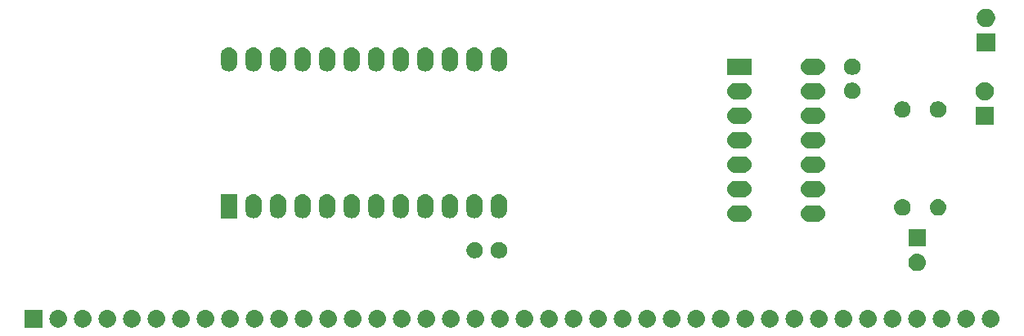
<source format=gbr>
G04 #@! TF.GenerationSoftware,KiCad,Pcbnew,(5.1.2)-2*
G04 #@! TF.CreationDate,2021-09-18T23:43:35+02:00*
G04 #@! TF.ProjectId,aZ80_SIO,615a3830-5f53-4494-9f2e-6b696361645f,rev?*
G04 #@! TF.SameCoordinates,Original*
G04 #@! TF.FileFunction,Soldermask,Top*
G04 #@! TF.FilePolarity,Negative*
%FSLAX46Y46*%
G04 Gerber Fmt 4.6, Leading zero omitted, Abs format (unit mm)*
G04 Created by KiCad (PCBNEW (5.1.2)-2) date 2021-09-18 23:43:35*
%MOMM*%
%LPD*%
G04 APERTURE LIST*
%ADD10C,0.100000*%
G04 APERTURE END LIST*
D10*
G36*
X114510443Y-109105519D02*
G01*
X114576627Y-109112037D01*
X114746466Y-109163557D01*
X114902991Y-109247222D01*
X114938729Y-109276552D01*
X115040186Y-109359814D01*
X115123448Y-109461271D01*
X115152778Y-109497009D01*
X115236443Y-109653534D01*
X115287963Y-109823373D01*
X115305359Y-110000000D01*
X115287963Y-110176627D01*
X115236443Y-110346466D01*
X115152778Y-110502991D01*
X115123448Y-110538729D01*
X115040186Y-110640186D01*
X114938729Y-110723448D01*
X114902991Y-110752778D01*
X114746466Y-110836443D01*
X114576627Y-110887963D01*
X114510443Y-110894481D01*
X114444260Y-110901000D01*
X114355740Y-110901000D01*
X114289557Y-110894481D01*
X114223373Y-110887963D01*
X114053534Y-110836443D01*
X113897009Y-110752778D01*
X113861271Y-110723448D01*
X113759814Y-110640186D01*
X113676552Y-110538729D01*
X113647222Y-110502991D01*
X113563557Y-110346466D01*
X113512037Y-110176627D01*
X113494641Y-110000000D01*
X113512037Y-109823373D01*
X113563557Y-109653534D01*
X113647222Y-109497009D01*
X113676552Y-109461271D01*
X113759814Y-109359814D01*
X113861271Y-109276552D01*
X113897009Y-109247222D01*
X114053534Y-109163557D01*
X114223373Y-109112037D01*
X114289557Y-109105519D01*
X114355740Y-109099000D01*
X114444260Y-109099000D01*
X114510443Y-109105519D01*
X114510443Y-109105519D01*
G37*
G36*
X111970443Y-109105519D02*
G01*
X112036627Y-109112037D01*
X112206466Y-109163557D01*
X112362991Y-109247222D01*
X112398729Y-109276552D01*
X112500186Y-109359814D01*
X112583448Y-109461271D01*
X112612778Y-109497009D01*
X112696443Y-109653534D01*
X112747963Y-109823373D01*
X112765359Y-110000000D01*
X112747963Y-110176627D01*
X112696443Y-110346466D01*
X112612778Y-110502991D01*
X112583448Y-110538729D01*
X112500186Y-110640186D01*
X112398729Y-110723448D01*
X112362991Y-110752778D01*
X112206466Y-110836443D01*
X112036627Y-110887963D01*
X111970443Y-110894481D01*
X111904260Y-110901000D01*
X111815740Y-110901000D01*
X111749557Y-110894481D01*
X111683373Y-110887963D01*
X111513534Y-110836443D01*
X111357009Y-110752778D01*
X111321271Y-110723448D01*
X111219814Y-110640186D01*
X111136552Y-110538729D01*
X111107222Y-110502991D01*
X111023557Y-110346466D01*
X110972037Y-110176627D01*
X110954641Y-110000000D01*
X110972037Y-109823373D01*
X111023557Y-109653534D01*
X111107222Y-109497009D01*
X111136552Y-109461271D01*
X111219814Y-109359814D01*
X111321271Y-109276552D01*
X111357009Y-109247222D01*
X111513534Y-109163557D01*
X111683373Y-109112037D01*
X111749557Y-109105519D01*
X111815740Y-109099000D01*
X111904260Y-109099000D01*
X111970443Y-109105519D01*
X111970443Y-109105519D01*
G37*
G36*
X89901000Y-110901000D02*
G01*
X88099000Y-110901000D01*
X88099000Y-109099000D01*
X89901000Y-109099000D01*
X89901000Y-110901000D01*
X89901000Y-110901000D01*
G37*
G36*
X91650443Y-109105519D02*
G01*
X91716627Y-109112037D01*
X91886466Y-109163557D01*
X92042991Y-109247222D01*
X92078729Y-109276552D01*
X92180186Y-109359814D01*
X92263448Y-109461271D01*
X92292778Y-109497009D01*
X92376443Y-109653534D01*
X92427963Y-109823373D01*
X92445359Y-110000000D01*
X92427963Y-110176627D01*
X92376443Y-110346466D01*
X92292778Y-110502991D01*
X92263448Y-110538729D01*
X92180186Y-110640186D01*
X92078729Y-110723448D01*
X92042991Y-110752778D01*
X91886466Y-110836443D01*
X91716627Y-110887963D01*
X91650443Y-110894481D01*
X91584260Y-110901000D01*
X91495740Y-110901000D01*
X91429557Y-110894481D01*
X91363373Y-110887963D01*
X91193534Y-110836443D01*
X91037009Y-110752778D01*
X91001271Y-110723448D01*
X90899814Y-110640186D01*
X90816552Y-110538729D01*
X90787222Y-110502991D01*
X90703557Y-110346466D01*
X90652037Y-110176627D01*
X90634641Y-110000000D01*
X90652037Y-109823373D01*
X90703557Y-109653534D01*
X90787222Y-109497009D01*
X90816552Y-109461271D01*
X90899814Y-109359814D01*
X91001271Y-109276552D01*
X91037009Y-109247222D01*
X91193534Y-109163557D01*
X91363373Y-109112037D01*
X91429557Y-109105519D01*
X91495740Y-109099000D01*
X91584260Y-109099000D01*
X91650443Y-109105519D01*
X91650443Y-109105519D01*
G37*
G36*
X94190443Y-109105519D02*
G01*
X94256627Y-109112037D01*
X94426466Y-109163557D01*
X94582991Y-109247222D01*
X94618729Y-109276552D01*
X94720186Y-109359814D01*
X94803448Y-109461271D01*
X94832778Y-109497009D01*
X94916443Y-109653534D01*
X94967963Y-109823373D01*
X94985359Y-110000000D01*
X94967963Y-110176627D01*
X94916443Y-110346466D01*
X94832778Y-110502991D01*
X94803448Y-110538729D01*
X94720186Y-110640186D01*
X94618729Y-110723448D01*
X94582991Y-110752778D01*
X94426466Y-110836443D01*
X94256627Y-110887963D01*
X94190443Y-110894481D01*
X94124260Y-110901000D01*
X94035740Y-110901000D01*
X93969557Y-110894481D01*
X93903373Y-110887963D01*
X93733534Y-110836443D01*
X93577009Y-110752778D01*
X93541271Y-110723448D01*
X93439814Y-110640186D01*
X93356552Y-110538729D01*
X93327222Y-110502991D01*
X93243557Y-110346466D01*
X93192037Y-110176627D01*
X93174641Y-110000000D01*
X93192037Y-109823373D01*
X93243557Y-109653534D01*
X93327222Y-109497009D01*
X93356552Y-109461271D01*
X93439814Y-109359814D01*
X93541271Y-109276552D01*
X93577009Y-109247222D01*
X93733534Y-109163557D01*
X93903373Y-109112037D01*
X93969557Y-109105519D01*
X94035740Y-109099000D01*
X94124260Y-109099000D01*
X94190443Y-109105519D01*
X94190443Y-109105519D01*
G37*
G36*
X96730443Y-109105519D02*
G01*
X96796627Y-109112037D01*
X96966466Y-109163557D01*
X97122991Y-109247222D01*
X97158729Y-109276552D01*
X97260186Y-109359814D01*
X97343448Y-109461271D01*
X97372778Y-109497009D01*
X97456443Y-109653534D01*
X97507963Y-109823373D01*
X97525359Y-110000000D01*
X97507963Y-110176627D01*
X97456443Y-110346466D01*
X97372778Y-110502991D01*
X97343448Y-110538729D01*
X97260186Y-110640186D01*
X97158729Y-110723448D01*
X97122991Y-110752778D01*
X96966466Y-110836443D01*
X96796627Y-110887963D01*
X96730443Y-110894481D01*
X96664260Y-110901000D01*
X96575740Y-110901000D01*
X96509557Y-110894481D01*
X96443373Y-110887963D01*
X96273534Y-110836443D01*
X96117009Y-110752778D01*
X96081271Y-110723448D01*
X95979814Y-110640186D01*
X95896552Y-110538729D01*
X95867222Y-110502991D01*
X95783557Y-110346466D01*
X95732037Y-110176627D01*
X95714641Y-110000000D01*
X95732037Y-109823373D01*
X95783557Y-109653534D01*
X95867222Y-109497009D01*
X95896552Y-109461271D01*
X95979814Y-109359814D01*
X96081271Y-109276552D01*
X96117009Y-109247222D01*
X96273534Y-109163557D01*
X96443373Y-109112037D01*
X96509557Y-109105519D01*
X96575740Y-109099000D01*
X96664260Y-109099000D01*
X96730443Y-109105519D01*
X96730443Y-109105519D01*
G37*
G36*
X99270443Y-109105519D02*
G01*
X99336627Y-109112037D01*
X99506466Y-109163557D01*
X99662991Y-109247222D01*
X99698729Y-109276552D01*
X99800186Y-109359814D01*
X99883448Y-109461271D01*
X99912778Y-109497009D01*
X99996443Y-109653534D01*
X100047963Y-109823373D01*
X100065359Y-110000000D01*
X100047963Y-110176627D01*
X99996443Y-110346466D01*
X99912778Y-110502991D01*
X99883448Y-110538729D01*
X99800186Y-110640186D01*
X99698729Y-110723448D01*
X99662991Y-110752778D01*
X99506466Y-110836443D01*
X99336627Y-110887963D01*
X99270443Y-110894481D01*
X99204260Y-110901000D01*
X99115740Y-110901000D01*
X99049557Y-110894481D01*
X98983373Y-110887963D01*
X98813534Y-110836443D01*
X98657009Y-110752778D01*
X98621271Y-110723448D01*
X98519814Y-110640186D01*
X98436552Y-110538729D01*
X98407222Y-110502991D01*
X98323557Y-110346466D01*
X98272037Y-110176627D01*
X98254641Y-110000000D01*
X98272037Y-109823373D01*
X98323557Y-109653534D01*
X98407222Y-109497009D01*
X98436552Y-109461271D01*
X98519814Y-109359814D01*
X98621271Y-109276552D01*
X98657009Y-109247222D01*
X98813534Y-109163557D01*
X98983373Y-109112037D01*
X99049557Y-109105519D01*
X99115740Y-109099000D01*
X99204260Y-109099000D01*
X99270443Y-109105519D01*
X99270443Y-109105519D01*
G37*
G36*
X101810443Y-109105519D02*
G01*
X101876627Y-109112037D01*
X102046466Y-109163557D01*
X102202991Y-109247222D01*
X102238729Y-109276552D01*
X102340186Y-109359814D01*
X102423448Y-109461271D01*
X102452778Y-109497009D01*
X102536443Y-109653534D01*
X102587963Y-109823373D01*
X102605359Y-110000000D01*
X102587963Y-110176627D01*
X102536443Y-110346466D01*
X102452778Y-110502991D01*
X102423448Y-110538729D01*
X102340186Y-110640186D01*
X102238729Y-110723448D01*
X102202991Y-110752778D01*
X102046466Y-110836443D01*
X101876627Y-110887963D01*
X101810443Y-110894481D01*
X101744260Y-110901000D01*
X101655740Y-110901000D01*
X101589557Y-110894481D01*
X101523373Y-110887963D01*
X101353534Y-110836443D01*
X101197009Y-110752778D01*
X101161271Y-110723448D01*
X101059814Y-110640186D01*
X100976552Y-110538729D01*
X100947222Y-110502991D01*
X100863557Y-110346466D01*
X100812037Y-110176627D01*
X100794641Y-110000000D01*
X100812037Y-109823373D01*
X100863557Y-109653534D01*
X100947222Y-109497009D01*
X100976552Y-109461271D01*
X101059814Y-109359814D01*
X101161271Y-109276552D01*
X101197009Y-109247222D01*
X101353534Y-109163557D01*
X101523373Y-109112037D01*
X101589557Y-109105519D01*
X101655740Y-109099000D01*
X101744260Y-109099000D01*
X101810443Y-109105519D01*
X101810443Y-109105519D01*
G37*
G36*
X104350443Y-109105519D02*
G01*
X104416627Y-109112037D01*
X104586466Y-109163557D01*
X104742991Y-109247222D01*
X104778729Y-109276552D01*
X104880186Y-109359814D01*
X104963448Y-109461271D01*
X104992778Y-109497009D01*
X105076443Y-109653534D01*
X105127963Y-109823373D01*
X105145359Y-110000000D01*
X105127963Y-110176627D01*
X105076443Y-110346466D01*
X104992778Y-110502991D01*
X104963448Y-110538729D01*
X104880186Y-110640186D01*
X104778729Y-110723448D01*
X104742991Y-110752778D01*
X104586466Y-110836443D01*
X104416627Y-110887963D01*
X104350443Y-110894481D01*
X104284260Y-110901000D01*
X104195740Y-110901000D01*
X104129557Y-110894481D01*
X104063373Y-110887963D01*
X103893534Y-110836443D01*
X103737009Y-110752778D01*
X103701271Y-110723448D01*
X103599814Y-110640186D01*
X103516552Y-110538729D01*
X103487222Y-110502991D01*
X103403557Y-110346466D01*
X103352037Y-110176627D01*
X103334641Y-110000000D01*
X103352037Y-109823373D01*
X103403557Y-109653534D01*
X103487222Y-109497009D01*
X103516552Y-109461271D01*
X103599814Y-109359814D01*
X103701271Y-109276552D01*
X103737009Y-109247222D01*
X103893534Y-109163557D01*
X104063373Y-109112037D01*
X104129557Y-109105519D01*
X104195740Y-109099000D01*
X104284260Y-109099000D01*
X104350443Y-109105519D01*
X104350443Y-109105519D01*
G37*
G36*
X106890443Y-109105519D02*
G01*
X106956627Y-109112037D01*
X107126466Y-109163557D01*
X107282991Y-109247222D01*
X107318729Y-109276552D01*
X107420186Y-109359814D01*
X107503448Y-109461271D01*
X107532778Y-109497009D01*
X107616443Y-109653534D01*
X107667963Y-109823373D01*
X107685359Y-110000000D01*
X107667963Y-110176627D01*
X107616443Y-110346466D01*
X107532778Y-110502991D01*
X107503448Y-110538729D01*
X107420186Y-110640186D01*
X107318729Y-110723448D01*
X107282991Y-110752778D01*
X107126466Y-110836443D01*
X106956627Y-110887963D01*
X106890443Y-110894481D01*
X106824260Y-110901000D01*
X106735740Y-110901000D01*
X106669557Y-110894481D01*
X106603373Y-110887963D01*
X106433534Y-110836443D01*
X106277009Y-110752778D01*
X106241271Y-110723448D01*
X106139814Y-110640186D01*
X106056552Y-110538729D01*
X106027222Y-110502991D01*
X105943557Y-110346466D01*
X105892037Y-110176627D01*
X105874641Y-110000000D01*
X105892037Y-109823373D01*
X105943557Y-109653534D01*
X106027222Y-109497009D01*
X106056552Y-109461271D01*
X106139814Y-109359814D01*
X106241271Y-109276552D01*
X106277009Y-109247222D01*
X106433534Y-109163557D01*
X106603373Y-109112037D01*
X106669557Y-109105519D01*
X106735740Y-109099000D01*
X106824260Y-109099000D01*
X106890443Y-109105519D01*
X106890443Y-109105519D01*
G37*
G36*
X109430443Y-109105519D02*
G01*
X109496627Y-109112037D01*
X109666466Y-109163557D01*
X109822991Y-109247222D01*
X109858729Y-109276552D01*
X109960186Y-109359814D01*
X110043448Y-109461271D01*
X110072778Y-109497009D01*
X110156443Y-109653534D01*
X110207963Y-109823373D01*
X110225359Y-110000000D01*
X110207963Y-110176627D01*
X110156443Y-110346466D01*
X110072778Y-110502991D01*
X110043448Y-110538729D01*
X109960186Y-110640186D01*
X109858729Y-110723448D01*
X109822991Y-110752778D01*
X109666466Y-110836443D01*
X109496627Y-110887963D01*
X109430443Y-110894481D01*
X109364260Y-110901000D01*
X109275740Y-110901000D01*
X109209557Y-110894481D01*
X109143373Y-110887963D01*
X108973534Y-110836443D01*
X108817009Y-110752778D01*
X108781271Y-110723448D01*
X108679814Y-110640186D01*
X108596552Y-110538729D01*
X108567222Y-110502991D01*
X108483557Y-110346466D01*
X108432037Y-110176627D01*
X108414641Y-110000000D01*
X108432037Y-109823373D01*
X108483557Y-109653534D01*
X108567222Y-109497009D01*
X108596552Y-109461271D01*
X108679814Y-109359814D01*
X108781271Y-109276552D01*
X108817009Y-109247222D01*
X108973534Y-109163557D01*
X109143373Y-109112037D01*
X109209557Y-109105519D01*
X109275740Y-109099000D01*
X109364260Y-109099000D01*
X109430443Y-109105519D01*
X109430443Y-109105519D01*
G37*
G36*
X139910443Y-109105519D02*
G01*
X139976627Y-109112037D01*
X140146466Y-109163557D01*
X140302991Y-109247222D01*
X140338729Y-109276552D01*
X140440186Y-109359814D01*
X140523448Y-109461271D01*
X140552778Y-109497009D01*
X140636443Y-109653534D01*
X140687963Y-109823373D01*
X140705359Y-110000000D01*
X140687963Y-110176627D01*
X140636443Y-110346466D01*
X140552778Y-110502991D01*
X140523448Y-110538729D01*
X140440186Y-110640186D01*
X140338729Y-110723448D01*
X140302991Y-110752778D01*
X140146466Y-110836443D01*
X139976627Y-110887963D01*
X139910443Y-110894481D01*
X139844260Y-110901000D01*
X139755740Y-110901000D01*
X139689557Y-110894481D01*
X139623373Y-110887963D01*
X139453534Y-110836443D01*
X139297009Y-110752778D01*
X139261271Y-110723448D01*
X139159814Y-110640186D01*
X139076552Y-110538729D01*
X139047222Y-110502991D01*
X138963557Y-110346466D01*
X138912037Y-110176627D01*
X138894641Y-110000000D01*
X138912037Y-109823373D01*
X138963557Y-109653534D01*
X139047222Y-109497009D01*
X139076552Y-109461271D01*
X139159814Y-109359814D01*
X139261271Y-109276552D01*
X139297009Y-109247222D01*
X139453534Y-109163557D01*
X139623373Y-109112037D01*
X139689557Y-109105519D01*
X139755740Y-109099000D01*
X139844260Y-109099000D01*
X139910443Y-109105519D01*
X139910443Y-109105519D01*
G37*
G36*
X117050443Y-109105519D02*
G01*
X117116627Y-109112037D01*
X117286466Y-109163557D01*
X117442991Y-109247222D01*
X117478729Y-109276552D01*
X117580186Y-109359814D01*
X117663448Y-109461271D01*
X117692778Y-109497009D01*
X117776443Y-109653534D01*
X117827963Y-109823373D01*
X117845359Y-110000000D01*
X117827963Y-110176627D01*
X117776443Y-110346466D01*
X117692778Y-110502991D01*
X117663448Y-110538729D01*
X117580186Y-110640186D01*
X117478729Y-110723448D01*
X117442991Y-110752778D01*
X117286466Y-110836443D01*
X117116627Y-110887963D01*
X117050443Y-110894481D01*
X116984260Y-110901000D01*
X116895740Y-110901000D01*
X116829557Y-110894481D01*
X116763373Y-110887963D01*
X116593534Y-110836443D01*
X116437009Y-110752778D01*
X116401271Y-110723448D01*
X116299814Y-110640186D01*
X116216552Y-110538729D01*
X116187222Y-110502991D01*
X116103557Y-110346466D01*
X116052037Y-110176627D01*
X116034641Y-110000000D01*
X116052037Y-109823373D01*
X116103557Y-109653534D01*
X116187222Y-109497009D01*
X116216552Y-109461271D01*
X116299814Y-109359814D01*
X116401271Y-109276552D01*
X116437009Y-109247222D01*
X116593534Y-109163557D01*
X116763373Y-109112037D01*
X116829557Y-109105519D01*
X116895740Y-109099000D01*
X116984260Y-109099000D01*
X117050443Y-109105519D01*
X117050443Y-109105519D01*
G37*
G36*
X119590443Y-109105519D02*
G01*
X119656627Y-109112037D01*
X119826466Y-109163557D01*
X119982991Y-109247222D01*
X120018729Y-109276552D01*
X120120186Y-109359814D01*
X120203448Y-109461271D01*
X120232778Y-109497009D01*
X120316443Y-109653534D01*
X120367963Y-109823373D01*
X120385359Y-110000000D01*
X120367963Y-110176627D01*
X120316443Y-110346466D01*
X120232778Y-110502991D01*
X120203448Y-110538729D01*
X120120186Y-110640186D01*
X120018729Y-110723448D01*
X119982991Y-110752778D01*
X119826466Y-110836443D01*
X119656627Y-110887963D01*
X119590443Y-110894481D01*
X119524260Y-110901000D01*
X119435740Y-110901000D01*
X119369557Y-110894481D01*
X119303373Y-110887963D01*
X119133534Y-110836443D01*
X118977009Y-110752778D01*
X118941271Y-110723448D01*
X118839814Y-110640186D01*
X118756552Y-110538729D01*
X118727222Y-110502991D01*
X118643557Y-110346466D01*
X118592037Y-110176627D01*
X118574641Y-110000000D01*
X118592037Y-109823373D01*
X118643557Y-109653534D01*
X118727222Y-109497009D01*
X118756552Y-109461271D01*
X118839814Y-109359814D01*
X118941271Y-109276552D01*
X118977009Y-109247222D01*
X119133534Y-109163557D01*
X119303373Y-109112037D01*
X119369557Y-109105519D01*
X119435740Y-109099000D01*
X119524260Y-109099000D01*
X119590443Y-109105519D01*
X119590443Y-109105519D01*
G37*
G36*
X122130443Y-109105519D02*
G01*
X122196627Y-109112037D01*
X122366466Y-109163557D01*
X122522991Y-109247222D01*
X122558729Y-109276552D01*
X122660186Y-109359814D01*
X122743448Y-109461271D01*
X122772778Y-109497009D01*
X122856443Y-109653534D01*
X122907963Y-109823373D01*
X122925359Y-110000000D01*
X122907963Y-110176627D01*
X122856443Y-110346466D01*
X122772778Y-110502991D01*
X122743448Y-110538729D01*
X122660186Y-110640186D01*
X122558729Y-110723448D01*
X122522991Y-110752778D01*
X122366466Y-110836443D01*
X122196627Y-110887963D01*
X122130443Y-110894481D01*
X122064260Y-110901000D01*
X121975740Y-110901000D01*
X121909557Y-110894481D01*
X121843373Y-110887963D01*
X121673534Y-110836443D01*
X121517009Y-110752778D01*
X121481271Y-110723448D01*
X121379814Y-110640186D01*
X121296552Y-110538729D01*
X121267222Y-110502991D01*
X121183557Y-110346466D01*
X121132037Y-110176627D01*
X121114641Y-110000000D01*
X121132037Y-109823373D01*
X121183557Y-109653534D01*
X121267222Y-109497009D01*
X121296552Y-109461271D01*
X121379814Y-109359814D01*
X121481271Y-109276552D01*
X121517009Y-109247222D01*
X121673534Y-109163557D01*
X121843373Y-109112037D01*
X121909557Y-109105519D01*
X121975740Y-109099000D01*
X122064260Y-109099000D01*
X122130443Y-109105519D01*
X122130443Y-109105519D01*
G37*
G36*
X124670443Y-109105519D02*
G01*
X124736627Y-109112037D01*
X124906466Y-109163557D01*
X125062991Y-109247222D01*
X125098729Y-109276552D01*
X125200186Y-109359814D01*
X125283448Y-109461271D01*
X125312778Y-109497009D01*
X125396443Y-109653534D01*
X125447963Y-109823373D01*
X125465359Y-110000000D01*
X125447963Y-110176627D01*
X125396443Y-110346466D01*
X125312778Y-110502991D01*
X125283448Y-110538729D01*
X125200186Y-110640186D01*
X125098729Y-110723448D01*
X125062991Y-110752778D01*
X124906466Y-110836443D01*
X124736627Y-110887963D01*
X124670443Y-110894481D01*
X124604260Y-110901000D01*
X124515740Y-110901000D01*
X124449557Y-110894481D01*
X124383373Y-110887963D01*
X124213534Y-110836443D01*
X124057009Y-110752778D01*
X124021271Y-110723448D01*
X123919814Y-110640186D01*
X123836552Y-110538729D01*
X123807222Y-110502991D01*
X123723557Y-110346466D01*
X123672037Y-110176627D01*
X123654641Y-110000000D01*
X123672037Y-109823373D01*
X123723557Y-109653534D01*
X123807222Y-109497009D01*
X123836552Y-109461271D01*
X123919814Y-109359814D01*
X124021271Y-109276552D01*
X124057009Y-109247222D01*
X124213534Y-109163557D01*
X124383373Y-109112037D01*
X124449557Y-109105519D01*
X124515740Y-109099000D01*
X124604260Y-109099000D01*
X124670443Y-109105519D01*
X124670443Y-109105519D01*
G37*
G36*
X127210443Y-109105519D02*
G01*
X127276627Y-109112037D01*
X127446466Y-109163557D01*
X127602991Y-109247222D01*
X127638729Y-109276552D01*
X127740186Y-109359814D01*
X127823448Y-109461271D01*
X127852778Y-109497009D01*
X127936443Y-109653534D01*
X127987963Y-109823373D01*
X128005359Y-110000000D01*
X127987963Y-110176627D01*
X127936443Y-110346466D01*
X127852778Y-110502991D01*
X127823448Y-110538729D01*
X127740186Y-110640186D01*
X127638729Y-110723448D01*
X127602991Y-110752778D01*
X127446466Y-110836443D01*
X127276627Y-110887963D01*
X127210443Y-110894481D01*
X127144260Y-110901000D01*
X127055740Y-110901000D01*
X126989557Y-110894481D01*
X126923373Y-110887963D01*
X126753534Y-110836443D01*
X126597009Y-110752778D01*
X126561271Y-110723448D01*
X126459814Y-110640186D01*
X126376552Y-110538729D01*
X126347222Y-110502991D01*
X126263557Y-110346466D01*
X126212037Y-110176627D01*
X126194641Y-110000000D01*
X126212037Y-109823373D01*
X126263557Y-109653534D01*
X126347222Y-109497009D01*
X126376552Y-109461271D01*
X126459814Y-109359814D01*
X126561271Y-109276552D01*
X126597009Y-109247222D01*
X126753534Y-109163557D01*
X126923373Y-109112037D01*
X126989557Y-109105519D01*
X127055740Y-109099000D01*
X127144260Y-109099000D01*
X127210443Y-109105519D01*
X127210443Y-109105519D01*
G37*
G36*
X129750443Y-109105519D02*
G01*
X129816627Y-109112037D01*
X129986466Y-109163557D01*
X130142991Y-109247222D01*
X130178729Y-109276552D01*
X130280186Y-109359814D01*
X130363448Y-109461271D01*
X130392778Y-109497009D01*
X130476443Y-109653534D01*
X130527963Y-109823373D01*
X130545359Y-110000000D01*
X130527963Y-110176627D01*
X130476443Y-110346466D01*
X130392778Y-110502991D01*
X130363448Y-110538729D01*
X130280186Y-110640186D01*
X130178729Y-110723448D01*
X130142991Y-110752778D01*
X129986466Y-110836443D01*
X129816627Y-110887963D01*
X129750443Y-110894481D01*
X129684260Y-110901000D01*
X129595740Y-110901000D01*
X129529557Y-110894481D01*
X129463373Y-110887963D01*
X129293534Y-110836443D01*
X129137009Y-110752778D01*
X129101271Y-110723448D01*
X128999814Y-110640186D01*
X128916552Y-110538729D01*
X128887222Y-110502991D01*
X128803557Y-110346466D01*
X128752037Y-110176627D01*
X128734641Y-110000000D01*
X128752037Y-109823373D01*
X128803557Y-109653534D01*
X128887222Y-109497009D01*
X128916552Y-109461271D01*
X128999814Y-109359814D01*
X129101271Y-109276552D01*
X129137009Y-109247222D01*
X129293534Y-109163557D01*
X129463373Y-109112037D01*
X129529557Y-109105519D01*
X129595740Y-109099000D01*
X129684260Y-109099000D01*
X129750443Y-109105519D01*
X129750443Y-109105519D01*
G37*
G36*
X132290443Y-109105519D02*
G01*
X132356627Y-109112037D01*
X132526466Y-109163557D01*
X132682991Y-109247222D01*
X132718729Y-109276552D01*
X132820186Y-109359814D01*
X132903448Y-109461271D01*
X132932778Y-109497009D01*
X133016443Y-109653534D01*
X133067963Y-109823373D01*
X133085359Y-110000000D01*
X133067963Y-110176627D01*
X133016443Y-110346466D01*
X132932778Y-110502991D01*
X132903448Y-110538729D01*
X132820186Y-110640186D01*
X132718729Y-110723448D01*
X132682991Y-110752778D01*
X132526466Y-110836443D01*
X132356627Y-110887963D01*
X132290443Y-110894481D01*
X132224260Y-110901000D01*
X132135740Y-110901000D01*
X132069557Y-110894481D01*
X132003373Y-110887963D01*
X131833534Y-110836443D01*
X131677009Y-110752778D01*
X131641271Y-110723448D01*
X131539814Y-110640186D01*
X131456552Y-110538729D01*
X131427222Y-110502991D01*
X131343557Y-110346466D01*
X131292037Y-110176627D01*
X131274641Y-110000000D01*
X131292037Y-109823373D01*
X131343557Y-109653534D01*
X131427222Y-109497009D01*
X131456552Y-109461271D01*
X131539814Y-109359814D01*
X131641271Y-109276552D01*
X131677009Y-109247222D01*
X131833534Y-109163557D01*
X132003373Y-109112037D01*
X132069557Y-109105519D01*
X132135740Y-109099000D01*
X132224260Y-109099000D01*
X132290443Y-109105519D01*
X132290443Y-109105519D01*
G37*
G36*
X134830443Y-109105519D02*
G01*
X134896627Y-109112037D01*
X135066466Y-109163557D01*
X135222991Y-109247222D01*
X135258729Y-109276552D01*
X135360186Y-109359814D01*
X135443448Y-109461271D01*
X135472778Y-109497009D01*
X135556443Y-109653534D01*
X135607963Y-109823373D01*
X135625359Y-110000000D01*
X135607963Y-110176627D01*
X135556443Y-110346466D01*
X135472778Y-110502991D01*
X135443448Y-110538729D01*
X135360186Y-110640186D01*
X135258729Y-110723448D01*
X135222991Y-110752778D01*
X135066466Y-110836443D01*
X134896627Y-110887963D01*
X134830443Y-110894481D01*
X134764260Y-110901000D01*
X134675740Y-110901000D01*
X134609557Y-110894481D01*
X134543373Y-110887963D01*
X134373534Y-110836443D01*
X134217009Y-110752778D01*
X134181271Y-110723448D01*
X134079814Y-110640186D01*
X133996552Y-110538729D01*
X133967222Y-110502991D01*
X133883557Y-110346466D01*
X133832037Y-110176627D01*
X133814641Y-110000000D01*
X133832037Y-109823373D01*
X133883557Y-109653534D01*
X133967222Y-109497009D01*
X133996552Y-109461271D01*
X134079814Y-109359814D01*
X134181271Y-109276552D01*
X134217009Y-109247222D01*
X134373534Y-109163557D01*
X134543373Y-109112037D01*
X134609557Y-109105519D01*
X134675740Y-109099000D01*
X134764260Y-109099000D01*
X134830443Y-109105519D01*
X134830443Y-109105519D01*
G37*
G36*
X165310443Y-109105519D02*
G01*
X165376627Y-109112037D01*
X165546466Y-109163557D01*
X165702991Y-109247222D01*
X165738729Y-109276552D01*
X165840186Y-109359814D01*
X165923448Y-109461271D01*
X165952778Y-109497009D01*
X166036443Y-109653534D01*
X166087963Y-109823373D01*
X166105359Y-110000000D01*
X166087963Y-110176627D01*
X166036443Y-110346466D01*
X165952778Y-110502991D01*
X165923448Y-110538729D01*
X165840186Y-110640186D01*
X165738729Y-110723448D01*
X165702991Y-110752778D01*
X165546466Y-110836443D01*
X165376627Y-110887963D01*
X165310443Y-110894481D01*
X165244260Y-110901000D01*
X165155740Y-110901000D01*
X165089557Y-110894481D01*
X165023373Y-110887963D01*
X164853534Y-110836443D01*
X164697009Y-110752778D01*
X164661271Y-110723448D01*
X164559814Y-110640186D01*
X164476552Y-110538729D01*
X164447222Y-110502991D01*
X164363557Y-110346466D01*
X164312037Y-110176627D01*
X164294641Y-110000000D01*
X164312037Y-109823373D01*
X164363557Y-109653534D01*
X164447222Y-109497009D01*
X164476552Y-109461271D01*
X164559814Y-109359814D01*
X164661271Y-109276552D01*
X164697009Y-109247222D01*
X164853534Y-109163557D01*
X165023373Y-109112037D01*
X165089557Y-109105519D01*
X165155740Y-109099000D01*
X165244260Y-109099000D01*
X165310443Y-109105519D01*
X165310443Y-109105519D01*
G37*
G36*
X185630443Y-109105519D02*
G01*
X185696627Y-109112037D01*
X185866466Y-109163557D01*
X186022991Y-109247222D01*
X186058729Y-109276552D01*
X186160186Y-109359814D01*
X186243448Y-109461271D01*
X186272778Y-109497009D01*
X186356443Y-109653534D01*
X186407963Y-109823373D01*
X186425359Y-110000000D01*
X186407963Y-110176627D01*
X186356443Y-110346466D01*
X186272778Y-110502991D01*
X186243448Y-110538729D01*
X186160186Y-110640186D01*
X186058729Y-110723448D01*
X186022991Y-110752778D01*
X185866466Y-110836443D01*
X185696627Y-110887963D01*
X185630443Y-110894481D01*
X185564260Y-110901000D01*
X185475740Y-110901000D01*
X185409557Y-110894481D01*
X185343373Y-110887963D01*
X185173534Y-110836443D01*
X185017009Y-110752778D01*
X184981271Y-110723448D01*
X184879814Y-110640186D01*
X184796552Y-110538729D01*
X184767222Y-110502991D01*
X184683557Y-110346466D01*
X184632037Y-110176627D01*
X184614641Y-110000000D01*
X184632037Y-109823373D01*
X184683557Y-109653534D01*
X184767222Y-109497009D01*
X184796552Y-109461271D01*
X184879814Y-109359814D01*
X184981271Y-109276552D01*
X185017009Y-109247222D01*
X185173534Y-109163557D01*
X185343373Y-109112037D01*
X185409557Y-109105519D01*
X185475740Y-109099000D01*
X185564260Y-109099000D01*
X185630443Y-109105519D01*
X185630443Y-109105519D01*
G37*
G36*
X142450443Y-109105519D02*
G01*
X142516627Y-109112037D01*
X142686466Y-109163557D01*
X142842991Y-109247222D01*
X142878729Y-109276552D01*
X142980186Y-109359814D01*
X143063448Y-109461271D01*
X143092778Y-109497009D01*
X143176443Y-109653534D01*
X143227963Y-109823373D01*
X143245359Y-110000000D01*
X143227963Y-110176627D01*
X143176443Y-110346466D01*
X143092778Y-110502991D01*
X143063448Y-110538729D01*
X142980186Y-110640186D01*
X142878729Y-110723448D01*
X142842991Y-110752778D01*
X142686466Y-110836443D01*
X142516627Y-110887963D01*
X142450443Y-110894481D01*
X142384260Y-110901000D01*
X142295740Y-110901000D01*
X142229557Y-110894481D01*
X142163373Y-110887963D01*
X141993534Y-110836443D01*
X141837009Y-110752778D01*
X141801271Y-110723448D01*
X141699814Y-110640186D01*
X141616552Y-110538729D01*
X141587222Y-110502991D01*
X141503557Y-110346466D01*
X141452037Y-110176627D01*
X141434641Y-110000000D01*
X141452037Y-109823373D01*
X141503557Y-109653534D01*
X141587222Y-109497009D01*
X141616552Y-109461271D01*
X141699814Y-109359814D01*
X141801271Y-109276552D01*
X141837009Y-109247222D01*
X141993534Y-109163557D01*
X142163373Y-109112037D01*
X142229557Y-109105519D01*
X142295740Y-109099000D01*
X142384260Y-109099000D01*
X142450443Y-109105519D01*
X142450443Y-109105519D01*
G37*
G36*
X144990443Y-109105519D02*
G01*
X145056627Y-109112037D01*
X145226466Y-109163557D01*
X145382991Y-109247222D01*
X145418729Y-109276552D01*
X145520186Y-109359814D01*
X145603448Y-109461271D01*
X145632778Y-109497009D01*
X145716443Y-109653534D01*
X145767963Y-109823373D01*
X145785359Y-110000000D01*
X145767963Y-110176627D01*
X145716443Y-110346466D01*
X145632778Y-110502991D01*
X145603448Y-110538729D01*
X145520186Y-110640186D01*
X145418729Y-110723448D01*
X145382991Y-110752778D01*
X145226466Y-110836443D01*
X145056627Y-110887963D01*
X144990443Y-110894481D01*
X144924260Y-110901000D01*
X144835740Y-110901000D01*
X144769557Y-110894481D01*
X144703373Y-110887963D01*
X144533534Y-110836443D01*
X144377009Y-110752778D01*
X144341271Y-110723448D01*
X144239814Y-110640186D01*
X144156552Y-110538729D01*
X144127222Y-110502991D01*
X144043557Y-110346466D01*
X143992037Y-110176627D01*
X143974641Y-110000000D01*
X143992037Y-109823373D01*
X144043557Y-109653534D01*
X144127222Y-109497009D01*
X144156552Y-109461271D01*
X144239814Y-109359814D01*
X144341271Y-109276552D01*
X144377009Y-109247222D01*
X144533534Y-109163557D01*
X144703373Y-109112037D01*
X144769557Y-109105519D01*
X144835740Y-109099000D01*
X144924260Y-109099000D01*
X144990443Y-109105519D01*
X144990443Y-109105519D01*
G37*
G36*
X147530443Y-109105519D02*
G01*
X147596627Y-109112037D01*
X147766466Y-109163557D01*
X147922991Y-109247222D01*
X147958729Y-109276552D01*
X148060186Y-109359814D01*
X148143448Y-109461271D01*
X148172778Y-109497009D01*
X148256443Y-109653534D01*
X148307963Y-109823373D01*
X148325359Y-110000000D01*
X148307963Y-110176627D01*
X148256443Y-110346466D01*
X148172778Y-110502991D01*
X148143448Y-110538729D01*
X148060186Y-110640186D01*
X147958729Y-110723448D01*
X147922991Y-110752778D01*
X147766466Y-110836443D01*
X147596627Y-110887963D01*
X147530443Y-110894481D01*
X147464260Y-110901000D01*
X147375740Y-110901000D01*
X147309557Y-110894481D01*
X147243373Y-110887963D01*
X147073534Y-110836443D01*
X146917009Y-110752778D01*
X146881271Y-110723448D01*
X146779814Y-110640186D01*
X146696552Y-110538729D01*
X146667222Y-110502991D01*
X146583557Y-110346466D01*
X146532037Y-110176627D01*
X146514641Y-110000000D01*
X146532037Y-109823373D01*
X146583557Y-109653534D01*
X146667222Y-109497009D01*
X146696552Y-109461271D01*
X146779814Y-109359814D01*
X146881271Y-109276552D01*
X146917009Y-109247222D01*
X147073534Y-109163557D01*
X147243373Y-109112037D01*
X147309557Y-109105519D01*
X147375740Y-109099000D01*
X147464260Y-109099000D01*
X147530443Y-109105519D01*
X147530443Y-109105519D01*
G37*
G36*
X150070443Y-109105519D02*
G01*
X150136627Y-109112037D01*
X150306466Y-109163557D01*
X150462991Y-109247222D01*
X150498729Y-109276552D01*
X150600186Y-109359814D01*
X150683448Y-109461271D01*
X150712778Y-109497009D01*
X150796443Y-109653534D01*
X150847963Y-109823373D01*
X150865359Y-110000000D01*
X150847963Y-110176627D01*
X150796443Y-110346466D01*
X150712778Y-110502991D01*
X150683448Y-110538729D01*
X150600186Y-110640186D01*
X150498729Y-110723448D01*
X150462991Y-110752778D01*
X150306466Y-110836443D01*
X150136627Y-110887963D01*
X150070443Y-110894481D01*
X150004260Y-110901000D01*
X149915740Y-110901000D01*
X149849557Y-110894481D01*
X149783373Y-110887963D01*
X149613534Y-110836443D01*
X149457009Y-110752778D01*
X149421271Y-110723448D01*
X149319814Y-110640186D01*
X149236552Y-110538729D01*
X149207222Y-110502991D01*
X149123557Y-110346466D01*
X149072037Y-110176627D01*
X149054641Y-110000000D01*
X149072037Y-109823373D01*
X149123557Y-109653534D01*
X149207222Y-109497009D01*
X149236552Y-109461271D01*
X149319814Y-109359814D01*
X149421271Y-109276552D01*
X149457009Y-109247222D01*
X149613534Y-109163557D01*
X149783373Y-109112037D01*
X149849557Y-109105519D01*
X149915740Y-109099000D01*
X150004260Y-109099000D01*
X150070443Y-109105519D01*
X150070443Y-109105519D01*
G37*
G36*
X152610443Y-109105519D02*
G01*
X152676627Y-109112037D01*
X152846466Y-109163557D01*
X153002991Y-109247222D01*
X153038729Y-109276552D01*
X153140186Y-109359814D01*
X153223448Y-109461271D01*
X153252778Y-109497009D01*
X153336443Y-109653534D01*
X153387963Y-109823373D01*
X153405359Y-110000000D01*
X153387963Y-110176627D01*
X153336443Y-110346466D01*
X153252778Y-110502991D01*
X153223448Y-110538729D01*
X153140186Y-110640186D01*
X153038729Y-110723448D01*
X153002991Y-110752778D01*
X152846466Y-110836443D01*
X152676627Y-110887963D01*
X152610443Y-110894481D01*
X152544260Y-110901000D01*
X152455740Y-110901000D01*
X152389557Y-110894481D01*
X152323373Y-110887963D01*
X152153534Y-110836443D01*
X151997009Y-110752778D01*
X151961271Y-110723448D01*
X151859814Y-110640186D01*
X151776552Y-110538729D01*
X151747222Y-110502991D01*
X151663557Y-110346466D01*
X151612037Y-110176627D01*
X151594641Y-110000000D01*
X151612037Y-109823373D01*
X151663557Y-109653534D01*
X151747222Y-109497009D01*
X151776552Y-109461271D01*
X151859814Y-109359814D01*
X151961271Y-109276552D01*
X151997009Y-109247222D01*
X152153534Y-109163557D01*
X152323373Y-109112037D01*
X152389557Y-109105519D01*
X152455740Y-109099000D01*
X152544260Y-109099000D01*
X152610443Y-109105519D01*
X152610443Y-109105519D01*
G37*
G36*
X155150443Y-109105519D02*
G01*
X155216627Y-109112037D01*
X155386466Y-109163557D01*
X155542991Y-109247222D01*
X155578729Y-109276552D01*
X155680186Y-109359814D01*
X155763448Y-109461271D01*
X155792778Y-109497009D01*
X155876443Y-109653534D01*
X155927963Y-109823373D01*
X155945359Y-110000000D01*
X155927963Y-110176627D01*
X155876443Y-110346466D01*
X155792778Y-110502991D01*
X155763448Y-110538729D01*
X155680186Y-110640186D01*
X155578729Y-110723448D01*
X155542991Y-110752778D01*
X155386466Y-110836443D01*
X155216627Y-110887963D01*
X155150443Y-110894481D01*
X155084260Y-110901000D01*
X154995740Y-110901000D01*
X154929557Y-110894481D01*
X154863373Y-110887963D01*
X154693534Y-110836443D01*
X154537009Y-110752778D01*
X154501271Y-110723448D01*
X154399814Y-110640186D01*
X154316552Y-110538729D01*
X154287222Y-110502991D01*
X154203557Y-110346466D01*
X154152037Y-110176627D01*
X154134641Y-110000000D01*
X154152037Y-109823373D01*
X154203557Y-109653534D01*
X154287222Y-109497009D01*
X154316552Y-109461271D01*
X154399814Y-109359814D01*
X154501271Y-109276552D01*
X154537009Y-109247222D01*
X154693534Y-109163557D01*
X154863373Y-109112037D01*
X154929557Y-109105519D01*
X154995740Y-109099000D01*
X155084260Y-109099000D01*
X155150443Y-109105519D01*
X155150443Y-109105519D01*
G37*
G36*
X157690443Y-109105519D02*
G01*
X157756627Y-109112037D01*
X157926466Y-109163557D01*
X158082991Y-109247222D01*
X158118729Y-109276552D01*
X158220186Y-109359814D01*
X158303448Y-109461271D01*
X158332778Y-109497009D01*
X158416443Y-109653534D01*
X158467963Y-109823373D01*
X158485359Y-110000000D01*
X158467963Y-110176627D01*
X158416443Y-110346466D01*
X158332778Y-110502991D01*
X158303448Y-110538729D01*
X158220186Y-110640186D01*
X158118729Y-110723448D01*
X158082991Y-110752778D01*
X157926466Y-110836443D01*
X157756627Y-110887963D01*
X157690443Y-110894481D01*
X157624260Y-110901000D01*
X157535740Y-110901000D01*
X157469557Y-110894481D01*
X157403373Y-110887963D01*
X157233534Y-110836443D01*
X157077009Y-110752778D01*
X157041271Y-110723448D01*
X156939814Y-110640186D01*
X156856552Y-110538729D01*
X156827222Y-110502991D01*
X156743557Y-110346466D01*
X156692037Y-110176627D01*
X156674641Y-110000000D01*
X156692037Y-109823373D01*
X156743557Y-109653534D01*
X156827222Y-109497009D01*
X156856552Y-109461271D01*
X156939814Y-109359814D01*
X157041271Y-109276552D01*
X157077009Y-109247222D01*
X157233534Y-109163557D01*
X157403373Y-109112037D01*
X157469557Y-109105519D01*
X157535740Y-109099000D01*
X157624260Y-109099000D01*
X157690443Y-109105519D01*
X157690443Y-109105519D01*
G37*
G36*
X160230443Y-109105519D02*
G01*
X160296627Y-109112037D01*
X160466466Y-109163557D01*
X160622991Y-109247222D01*
X160658729Y-109276552D01*
X160760186Y-109359814D01*
X160843448Y-109461271D01*
X160872778Y-109497009D01*
X160956443Y-109653534D01*
X161007963Y-109823373D01*
X161025359Y-110000000D01*
X161007963Y-110176627D01*
X160956443Y-110346466D01*
X160872778Y-110502991D01*
X160843448Y-110538729D01*
X160760186Y-110640186D01*
X160658729Y-110723448D01*
X160622991Y-110752778D01*
X160466466Y-110836443D01*
X160296627Y-110887963D01*
X160230443Y-110894481D01*
X160164260Y-110901000D01*
X160075740Y-110901000D01*
X160009557Y-110894481D01*
X159943373Y-110887963D01*
X159773534Y-110836443D01*
X159617009Y-110752778D01*
X159581271Y-110723448D01*
X159479814Y-110640186D01*
X159396552Y-110538729D01*
X159367222Y-110502991D01*
X159283557Y-110346466D01*
X159232037Y-110176627D01*
X159214641Y-110000000D01*
X159232037Y-109823373D01*
X159283557Y-109653534D01*
X159367222Y-109497009D01*
X159396552Y-109461271D01*
X159479814Y-109359814D01*
X159581271Y-109276552D01*
X159617009Y-109247222D01*
X159773534Y-109163557D01*
X159943373Y-109112037D01*
X160009557Y-109105519D01*
X160075740Y-109099000D01*
X160164260Y-109099000D01*
X160230443Y-109105519D01*
X160230443Y-109105519D01*
G37*
G36*
X162770443Y-109105519D02*
G01*
X162836627Y-109112037D01*
X163006466Y-109163557D01*
X163162991Y-109247222D01*
X163198729Y-109276552D01*
X163300186Y-109359814D01*
X163383448Y-109461271D01*
X163412778Y-109497009D01*
X163496443Y-109653534D01*
X163547963Y-109823373D01*
X163565359Y-110000000D01*
X163547963Y-110176627D01*
X163496443Y-110346466D01*
X163412778Y-110502991D01*
X163383448Y-110538729D01*
X163300186Y-110640186D01*
X163198729Y-110723448D01*
X163162991Y-110752778D01*
X163006466Y-110836443D01*
X162836627Y-110887963D01*
X162770443Y-110894481D01*
X162704260Y-110901000D01*
X162615740Y-110901000D01*
X162549557Y-110894481D01*
X162483373Y-110887963D01*
X162313534Y-110836443D01*
X162157009Y-110752778D01*
X162121271Y-110723448D01*
X162019814Y-110640186D01*
X161936552Y-110538729D01*
X161907222Y-110502991D01*
X161823557Y-110346466D01*
X161772037Y-110176627D01*
X161754641Y-110000000D01*
X161772037Y-109823373D01*
X161823557Y-109653534D01*
X161907222Y-109497009D01*
X161936552Y-109461271D01*
X162019814Y-109359814D01*
X162121271Y-109276552D01*
X162157009Y-109247222D01*
X162313534Y-109163557D01*
X162483373Y-109112037D01*
X162549557Y-109105519D01*
X162615740Y-109099000D01*
X162704260Y-109099000D01*
X162770443Y-109105519D01*
X162770443Y-109105519D01*
G37*
G36*
X167850443Y-109105519D02*
G01*
X167916627Y-109112037D01*
X168086466Y-109163557D01*
X168242991Y-109247222D01*
X168278729Y-109276552D01*
X168380186Y-109359814D01*
X168463448Y-109461271D01*
X168492778Y-109497009D01*
X168576443Y-109653534D01*
X168627963Y-109823373D01*
X168645359Y-110000000D01*
X168627963Y-110176627D01*
X168576443Y-110346466D01*
X168492778Y-110502991D01*
X168463448Y-110538729D01*
X168380186Y-110640186D01*
X168278729Y-110723448D01*
X168242991Y-110752778D01*
X168086466Y-110836443D01*
X167916627Y-110887963D01*
X167850443Y-110894481D01*
X167784260Y-110901000D01*
X167695740Y-110901000D01*
X167629557Y-110894481D01*
X167563373Y-110887963D01*
X167393534Y-110836443D01*
X167237009Y-110752778D01*
X167201271Y-110723448D01*
X167099814Y-110640186D01*
X167016552Y-110538729D01*
X166987222Y-110502991D01*
X166903557Y-110346466D01*
X166852037Y-110176627D01*
X166834641Y-110000000D01*
X166852037Y-109823373D01*
X166903557Y-109653534D01*
X166987222Y-109497009D01*
X167016552Y-109461271D01*
X167099814Y-109359814D01*
X167201271Y-109276552D01*
X167237009Y-109247222D01*
X167393534Y-109163557D01*
X167563373Y-109112037D01*
X167629557Y-109105519D01*
X167695740Y-109099000D01*
X167784260Y-109099000D01*
X167850443Y-109105519D01*
X167850443Y-109105519D01*
G37*
G36*
X170390443Y-109105519D02*
G01*
X170456627Y-109112037D01*
X170626466Y-109163557D01*
X170782991Y-109247222D01*
X170818729Y-109276552D01*
X170920186Y-109359814D01*
X171003448Y-109461271D01*
X171032778Y-109497009D01*
X171116443Y-109653534D01*
X171167963Y-109823373D01*
X171185359Y-110000000D01*
X171167963Y-110176627D01*
X171116443Y-110346466D01*
X171032778Y-110502991D01*
X171003448Y-110538729D01*
X170920186Y-110640186D01*
X170818729Y-110723448D01*
X170782991Y-110752778D01*
X170626466Y-110836443D01*
X170456627Y-110887963D01*
X170390443Y-110894481D01*
X170324260Y-110901000D01*
X170235740Y-110901000D01*
X170169557Y-110894481D01*
X170103373Y-110887963D01*
X169933534Y-110836443D01*
X169777009Y-110752778D01*
X169741271Y-110723448D01*
X169639814Y-110640186D01*
X169556552Y-110538729D01*
X169527222Y-110502991D01*
X169443557Y-110346466D01*
X169392037Y-110176627D01*
X169374641Y-110000000D01*
X169392037Y-109823373D01*
X169443557Y-109653534D01*
X169527222Y-109497009D01*
X169556552Y-109461271D01*
X169639814Y-109359814D01*
X169741271Y-109276552D01*
X169777009Y-109247222D01*
X169933534Y-109163557D01*
X170103373Y-109112037D01*
X170169557Y-109105519D01*
X170235740Y-109099000D01*
X170324260Y-109099000D01*
X170390443Y-109105519D01*
X170390443Y-109105519D01*
G37*
G36*
X172930443Y-109105519D02*
G01*
X172996627Y-109112037D01*
X173166466Y-109163557D01*
X173322991Y-109247222D01*
X173358729Y-109276552D01*
X173460186Y-109359814D01*
X173543448Y-109461271D01*
X173572778Y-109497009D01*
X173656443Y-109653534D01*
X173707963Y-109823373D01*
X173725359Y-110000000D01*
X173707963Y-110176627D01*
X173656443Y-110346466D01*
X173572778Y-110502991D01*
X173543448Y-110538729D01*
X173460186Y-110640186D01*
X173358729Y-110723448D01*
X173322991Y-110752778D01*
X173166466Y-110836443D01*
X172996627Y-110887963D01*
X172930443Y-110894481D01*
X172864260Y-110901000D01*
X172775740Y-110901000D01*
X172709557Y-110894481D01*
X172643373Y-110887963D01*
X172473534Y-110836443D01*
X172317009Y-110752778D01*
X172281271Y-110723448D01*
X172179814Y-110640186D01*
X172096552Y-110538729D01*
X172067222Y-110502991D01*
X171983557Y-110346466D01*
X171932037Y-110176627D01*
X171914641Y-110000000D01*
X171932037Y-109823373D01*
X171983557Y-109653534D01*
X172067222Y-109497009D01*
X172096552Y-109461271D01*
X172179814Y-109359814D01*
X172281271Y-109276552D01*
X172317009Y-109247222D01*
X172473534Y-109163557D01*
X172643373Y-109112037D01*
X172709557Y-109105519D01*
X172775740Y-109099000D01*
X172864260Y-109099000D01*
X172930443Y-109105519D01*
X172930443Y-109105519D01*
G37*
G36*
X175470443Y-109105519D02*
G01*
X175536627Y-109112037D01*
X175706466Y-109163557D01*
X175862991Y-109247222D01*
X175898729Y-109276552D01*
X176000186Y-109359814D01*
X176083448Y-109461271D01*
X176112778Y-109497009D01*
X176196443Y-109653534D01*
X176247963Y-109823373D01*
X176265359Y-110000000D01*
X176247963Y-110176627D01*
X176196443Y-110346466D01*
X176112778Y-110502991D01*
X176083448Y-110538729D01*
X176000186Y-110640186D01*
X175898729Y-110723448D01*
X175862991Y-110752778D01*
X175706466Y-110836443D01*
X175536627Y-110887963D01*
X175470443Y-110894481D01*
X175404260Y-110901000D01*
X175315740Y-110901000D01*
X175249557Y-110894481D01*
X175183373Y-110887963D01*
X175013534Y-110836443D01*
X174857009Y-110752778D01*
X174821271Y-110723448D01*
X174719814Y-110640186D01*
X174636552Y-110538729D01*
X174607222Y-110502991D01*
X174523557Y-110346466D01*
X174472037Y-110176627D01*
X174454641Y-110000000D01*
X174472037Y-109823373D01*
X174523557Y-109653534D01*
X174607222Y-109497009D01*
X174636552Y-109461271D01*
X174719814Y-109359814D01*
X174821271Y-109276552D01*
X174857009Y-109247222D01*
X175013534Y-109163557D01*
X175183373Y-109112037D01*
X175249557Y-109105519D01*
X175315740Y-109099000D01*
X175404260Y-109099000D01*
X175470443Y-109105519D01*
X175470443Y-109105519D01*
G37*
G36*
X178010443Y-109105519D02*
G01*
X178076627Y-109112037D01*
X178246466Y-109163557D01*
X178402991Y-109247222D01*
X178438729Y-109276552D01*
X178540186Y-109359814D01*
X178623448Y-109461271D01*
X178652778Y-109497009D01*
X178736443Y-109653534D01*
X178787963Y-109823373D01*
X178805359Y-110000000D01*
X178787963Y-110176627D01*
X178736443Y-110346466D01*
X178652778Y-110502991D01*
X178623448Y-110538729D01*
X178540186Y-110640186D01*
X178438729Y-110723448D01*
X178402991Y-110752778D01*
X178246466Y-110836443D01*
X178076627Y-110887963D01*
X178010443Y-110894481D01*
X177944260Y-110901000D01*
X177855740Y-110901000D01*
X177789557Y-110894481D01*
X177723373Y-110887963D01*
X177553534Y-110836443D01*
X177397009Y-110752778D01*
X177361271Y-110723448D01*
X177259814Y-110640186D01*
X177176552Y-110538729D01*
X177147222Y-110502991D01*
X177063557Y-110346466D01*
X177012037Y-110176627D01*
X176994641Y-110000000D01*
X177012037Y-109823373D01*
X177063557Y-109653534D01*
X177147222Y-109497009D01*
X177176552Y-109461271D01*
X177259814Y-109359814D01*
X177361271Y-109276552D01*
X177397009Y-109247222D01*
X177553534Y-109163557D01*
X177723373Y-109112037D01*
X177789557Y-109105519D01*
X177855740Y-109099000D01*
X177944260Y-109099000D01*
X178010443Y-109105519D01*
X178010443Y-109105519D01*
G37*
G36*
X180550443Y-109105519D02*
G01*
X180616627Y-109112037D01*
X180786466Y-109163557D01*
X180942991Y-109247222D01*
X180978729Y-109276552D01*
X181080186Y-109359814D01*
X181163448Y-109461271D01*
X181192778Y-109497009D01*
X181276443Y-109653534D01*
X181327963Y-109823373D01*
X181345359Y-110000000D01*
X181327963Y-110176627D01*
X181276443Y-110346466D01*
X181192778Y-110502991D01*
X181163448Y-110538729D01*
X181080186Y-110640186D01*
X180978729Y-110723448D01*
X180942991Y-110752778D01*
X180786466Y-110836443D01*
X180616627Y-110887963D01*
X180550443Y-110894481D01*
X180484260Y-110901000D01*
X180395740Y-110901000D01*
X180329557Y-110894481D01*
X180263373Y-110887963D01*
X180093534Y-110836443D01*
X179937009Y-110752778D01*
X179901271Y-110723448D01*
X179799814Y-110640186D01*
X179716552Y-110538729D01*
X179687222Y-110502991D01*
X179603557Y-110346466D01*
X179552037Y-110176627D01*
X179534641Y-110000000D01*
X179552037Y-109823373D01*
X179603557Y-109653534D01*
X179687222Y-109497009D01*
X179716552Y-109461271D01*
X179799814Y-109359814D01*
X179901271Y-109276552D01*
X179937009Y-109247222D01*
X180093534Y-109163557D01*
X180263373Y-109112037D01*
X180329557Y-109105519D01*
X180395740Y-109099000D01*
X180484260Y-109099000D01*
X180550443Y-109105519D01*
X180550443Y-109105519D01*
G37*
G36*
X183090443Y-109105519D02*
G01*
X183156627Y-109112037D01*
X183326466Y-109163557D01*
X183482991Y-109247222D01*
X183518729Y-109276552D01*
X183620186Y-109359814D01*
X183703448Y-109461271D01*
X183732778Y-109497009D01*
X183816443Y-109653534D01*
X183867963Y-109823373D01*
X183885359Y-110000000D01*
X183867963Y-110176627D01*
X183816443Y-110346466D01*
X183732778Y-110502991D01*
X183703448Y-110538729D01*
X183620186Y-110640186D01*
X183518729Y-110723448D01*
X183482991Y-110752778D01*
X183326466Y-110836443D01*
X183156627Y-110887963D01*
X183090443Y-110894481D01*
X183024260Y-110901000D01*
X182935740Y-110901000D01*
X182869557Y-110894481D01*
X182803373Y-110887963D01*
X182633534Y-110836443D01*
X182477009Y-110752778D01*
X182441271Y-110723448D01*
X182339814Y-110640186D01*
X182256552Y-110538729D01*
X182227222Y-110502991D01*
X182143557Y-110346466D01*
X182092037Y-110176627D01*
X182074641Y-110000000D01*
X182092037Y-109823373D01*
X182143557Y-109653534D01*
X182227222Y-109497009D01*
X182256552Y-109461271D01*
X182339814Y-109359814D01*
X182441271Y-109276552D01*
X182477009Y-109247222D01*
X182633534Y-109163557D01*
X182803373Y-109112037D01*
X182869557Y-109105519D01*
X182935740Y-109099000D01*
X183024260Y-109099000D01*
X183090443Y-109105519D01*
X183090443Y-109105519D01*
G37*
G36*
X188170443Y-109105519D02*
G01*
X188236627Y-109112037D01*
X188406466Y-109163557D01*
X188562991Y-109247222D01*
X188598729Y-109276552D01*
X188700186Y-109359814D01*
X188783448Y-109461271D01*
X188812778Y-109497009D01*
X188896443Y-109653534D01*
X188947963Y-109823373D01*
X188965359Y-110000000D01*
X188947963Y-110176627D01*
X188896443Y-110346466D01*
X188812778Y-110502991D01*
X188783448Y-110538729D01*
X188700186Y-110640186D01*
X188598729Y-110723448D01*
X188562991Y-110752778D01*
X188406466Y-110836443D01*
X188236627Y-110887963D01*
X188170443Y-110894481D01*
X188104260Y-110901000D01*
X188015740Y-110901000D01*
X187949557Y-110894481D01*
X187883373Y-110887963D01*
X187713534Y-110836443D01*
X187557009Y-110752778D01*
X187521271Y-110723448D01*
X187419814Y-110640186D01*
X187336552Y-110538729D01*
X187307222Y-110502991D01*
X187223557Y-110346466D01*
X187172037Y-110176627D01*
X187154641Y-110000000D01*
X187172037Y-109823373D01*
X187223557Y-109653534D01*
X187307222Y-109497009D01*
X187336552Y-109461271D01*
X187419814Y-109359814D01*
X187521271Y-109276552D01*
X187557009Y-109247222D01*
X187713534Y-109163557D01*
X187883373Y-109112037D01*
X187949557Y-109105519D01*
X188015740Y-109099000D01*
X188104260Y-109099000D01*
X188170443Y-109105519D01*
X188170443Y-109105519D01*
G37*
G36*
X137370443Y-109105519D02*
G01*
X137436627Y-109112037D01*
X137606466Y-109163557D01*
X137762991Y-109247222D01*
X137798729Y-109276552D01*
X137900186Y-109359814D01*
X137983448Y-109461271D01*
X138012778Y-109497009D01*
X138096443Y-109653534D01*
X138147963Y-109823373D01*
X138165359Y-110000000D01*
X138147963Y-110176627D01*
X138096443Y-110346466D01*
X138012778Y-110502991D01*
X137983448Y-110538729D01*
X137900186Y-110640186D01*
X137798729Y-110723448D01*
X137762991Y-110752778D01*
X137606466Y-110836443D01*
X137436627Y-110887963D01*
X137370443Y-110894481D01*
X137304260Y-110901000D01*
X137215740Y-110901000D01*
X137149557Y-110894481D01*
X137083373Y-110887963D01*
X136913534Y-110836443D01*
X136757009Y-110752778D01*
X136721271Y-110723448D01*
X136619814Y-110640186D01*
X136536552Y-110538729D01*
X136507222Y-110502991D01*
X136423557Y-110346466D01*
X136372037Y-110176627D01*
X136354641Y-110000000D01*
X136372037Y-109823373D01*
X136423557Y-109653534D01*
X136507222Y-109497009D01*
X136536552Y-109461271D01*
X136619814Y-109359814D01*
X136721271Y-109276552D01*
X136757009Y-109247222D01*
X136913534Y-109163557D01*
X137083373Y-109112037D01*
X137149557Y-109105519D01*
X137215740Y-109099000D01*
X137304260Y-109099000D01*
X137370443Y-109105519D01*
X137370443Y-109105519D01*
G37*
G36*
X180577443Y-103245519D02*
G01*
X180643627Y-103252037D01*
X180813466Y-103303557D01*
X180969991Y-103387222D01*
X181000768Y-103412480D01*
X181107186Y-103499814D01*
X181190448Y-103601271D01*
X181219778Y-103637009D01*
X181303443Y-103793534D01*
X181354963Y-103963373D01*
X181372359Y-104140000D01*
X181354963Y-104316627D01*
X181303443Y-104486466D01*
X181219778Y-104642991D01*
X181190448Y-104678729D01*
X181107186Y-104780186D01*
X181005729Y-104863448D01*
X180969991Y-104892778D01*
X180813466Y-104976443D01*
X180643627Y-105027963D01*
X180577442Y-105034482D01*
X180511260Y-105041000D01*
X180422740Y-105041000D01*
X180356557Y-105034481D01*
X180290373Y-105027963D01*
X180120534Y-104976443D01*
X179964009Y-104892778D01*
X179928271Y-104863448D01*
X179826814Y-104780186D01*
X179743552Y-104678729D01*
X179714222Y-104642991D01*
X179630557Y-104486466D01*
X179579037Y-104316627D01*
X179561641Y-104140000D01*
X179579037Y-103963373D01*
X179630557Y-103793534D01*
X179714222Y-103637009D01*
X179743552Y-103601271D01*
X179826814Y-103499814D01*
X179933232Y-103412480D01*
X179964009Y-103387222D01*
X180120534Y-103303557D01*
X180290373Y-103252037D01*
X180356558Y-103245518D01*
X180422740Y-103239000D01*
X180511260Y-103239000D01*
X180577443Y-103245519D01*
X180577443Y-103245519D01*
G37*
G36*
X134908228Y-102051703D02*
G01*
X135063100Y-102115853D01*
X135202481Y-102208985D01*
X135321015Y-102327519D01*
X135414147Y-102466900D01*
X135478297Y-102621772D01*
X135511000Y-102786184D01*
X135511000Y-102953816D01*
X135478297Y-103118228D01*
X135414147Y-103273100D01*
X135321015Y-103412481D01*
X135202481Y-103531015D01*
X135063100Y-103624147D01*
X134908228Y-103688297D01*
X134743816Y-103721000D01*
X134576184Y-103721000D01*
X134411772Y-103688297D01*
X134256900Y-103624147D01*
X134117519Y-103531015D01*
X133998985Y-103412481D01*
X133905853Y-103273100D01*
X133841703Y-103118228D01*
X133809000Y-102953816D01*
X133809000Y-102786184D01*
X133841703Y-102621772D01*
X133905853Y-102466900D01*
X133998985Y-102327519D01*
X134117519Y-102208985D01*
X134256900Y-102115853D01*
X134411772Y-102051703D01*
X134576184Y-102019000D01*
X134743816Y-102019000D01*
X134908228Y-102051703D01*
X134908228Y-102051703D01*
G37*
G36*
X137408228Y-102051703D02*
G01*
X137563100Y-102115853D01*
X137702481Y-102208985D01*
X137821015Y-102327519D01*
X137914147Y-102466900D01*
X137978297Y-102621772D01*
X138011000Y-102786184D01*
X138011000Y-102953816D01*
X137978297Y-103118228D01*
X137914147Y-103273100D01*
X137821015Y-103412481D01*
X137702481Y-103531015D01*
X137563100Y-103624147D01*
X137408228Y-103688297D01*
X137243816Y-103721000D01*
X137076184Y-103721000D01*
X136911772Y-103688297D01*
X136756900Y-103624147D01*
X136617519Y-103531015D01*
X136498985Y-103412481D01*
X136405853Y-103273100D01*
X136341703Y-103118228D01*
X136309000Y-102953816D01*
X136309000Y-102786184D01*
X136341703Y-102621772D01*
X136405853Y-102466900D01*
X136498985Y-102327519D01*
X136617519Y-102208985D01*
X136756900Y-102115853D01*
X136911772Y-102051703D01*
X137076184Y-102019000D01*
X137243816Y-102019000D01*
X137408228Y-102051703D01*
X137408228Y-102051703D01*
G37*
G36*
X181368000Y-102501000D02*
G01*
X179566000Y-102501000D01*
X179566000Y-100699000D01*
X181368000Y-100699000D01*
X181368000Y-102501000D01*
X181368000Y-102501000D01*
G37*
G36*
X162618823Y-98221313D02*
G01*
X162779242Y-98269976D01*
X162911906Y-98340886D01*
X162927078Y-98348996D01*
X163056659Y-98455341D01*
X163163004Y-98584922D01*
X163163005Y-98584924D01*
X163242024Y-98732758D01*
X163290687Y-98893177D01*
X163307117Y-99060000D01*
X163290687Y-99226823D01*
X163242024Y-99387242D01*
X163230391Y-99409005D01*
X163163004Y-99535078D01*
X163056659Y-99664659D01*
X162927078Y-99771004D01*
X162927076Y-99771005D01*
X162779242Y-99850024D01*
X162618823Y-99898687D01*
X162493804Y-99911000D01*
X161610196Y-99911000D01*
X161485177Y-99898687D01*
X161324758Y-99850024D01*
X161176924Y-99771005D01*
X161176922Y-99771004D01*
X161047341Y-99664659D01*
X160940996Y-99535078D01*
X160873609Y-99409005D01*
X160861976Y-99387242D01*
X160813313Y-99226823D01*
X160796883Y-99060000D01*
X160813313Y-98893177D01*
X160861976Y-98732758D01*
X160940995Y-98584924D01*
X160940996Y-98584922D01*
X161047341Y-98455341D01*
X161176922Y-98348996D01*
X161192094Y-98340886D01*
X161324758Y-98269976D01*
X161485177Y-98221313D01*
X161610196Y-98209000D01*
X162493804Y-98209000D01*
X162618823Y-98221313D01*
X162618823Y-98221313D01*
G37*
G36*
X170238823Y-98221313D02*
G01*
X170399242Y-98269976D01*
X170531906Y-98340886D01*
X170547078Y-98348996D01*
X170676659Y-98455341D01*
X170783004Y-98584922D01*
X170783005Y-98584924D01*
X170862024Y-98732758D01*
X170910687Y-98893177D01*
X170927117Y-99060000D01*
X170910687Y-99226823D01*
X170862024Y-99387242D01*
X170850391Y-99409005D01*
X170783004Y-99535078D01*
X170676659Y-99664659D01*
X170547078Y-99771004D01*
X170547076Y-99771005D01*
X170399242Y-99850024D01*
X170238823Y-99898687D01*
X170113804Y-99911000D01*
X169230196Y-99911000D01*
X169105177Y-99898687D01*
X168944758Y-99850024D01*
X168796924Y-99771005D01*
X168796922Y-99771004D01*
X168667341Y-99664659D01*
X168560996Y-99535078D01*
X168493609Y-99409005D01*
X168481976Y-99387242D01*
X168433313Y-99226823D01*
X168416883Y-99060000D01*
X168433313Y-98893177D01*
X168481976Y-98732758D01*
X168560995Y-98584924D01*
X168560996Y-98584922D01*
X168667341Y-98455341D01*
X168796922Y-98348996D01*
X168812094Y-98340886D01*
X168944758Y-98269976D01*
X169105177Y-98221313D01*
X169230196Y-98209000D01*
X170113804Y-98209000D01*
X170238823Y-98221313D01*
X170238823Y-98221313D01*
G37*
G36*
X124626822Y-97059313D02*
G01*
X124787241Y-97107976D01*
X124935077Y-97186995D01*
X125064659Y-97293341D01*
X125171004Y-97422922D01*
X125171005Y-97422924D01*
X125250024Y-97570758D01*
X125250024Y-97570759D01*
X125250025Y-97570761D01*
X125254743Y-97586313D01*
X125298687Y-97731177D01*
X125311000Y-97856196D01*
X125311000Y-98739803D01*
X125298687Y-98864822D01*
X125250024Y-99025242D01*
X125231445Y-99060000D01*
X125171004Y-99173078D01*
X125064659Y-99302659D01*
X124935078Y-99409004D01*
X124935076Y-99409005D01*
X124787242Y-99488024D01*
X124626823Y-99536687D01*
X124460000Y-99553117D01*
X124293178Y-99536687D01*
X124132759Y-99488024D01*
X123984925Y-99409005D01*
X123984923Y-99409004D01*
X123855342Y-99302659D01*
X123748997Y-99173078D01*
X123688556Y-99060000D01*
X123669977Y-99025242D01*
X123621314Y-98864823D01*
X123609000Y-98739803D01*
X123609000Y-97856197D01*
X123621313Y-97731178D01*
X123669976Y-97570759D01*
X123748995Y-97422923D01*
X123855341Y-97293341D01*
X123984922Y-97186996D01*
X124000094Y-97178886D01*
X124132758Y-97107976D01*
X124293177Y-97059313D01*
X124460000Y-97042883D01*
X124626822Y-97059313D01*
X124626822Y-97059313D01*
G37*
G36*
X127166822Y-97059313D02*
G01*
X127327241Y-97107976D01*
X127475077Y-97186995D01*
X127604659Y-97293341D01*
X127711004Y-97422922D01*
X127711005Y-97422924D01*
X127790024Y-97570758D01*
X127790024Y-97570759D01*
X127790025Y-97570761D01*
X127794743Y-97586313D01*
X127838687Y-97731177D01*
X127851000Y-97856196D01*
X127851000Y-98739803D01*
X127838687Y-98864822D01*
X127790024Y-99025242D01*
X127771445Y-99060000D01*
X127711004Y-99173078D01*
X127604659Y-99302659D01*
X127475078Y-99409004D01*
X127475076Y-99409005D01*
X127327242Y-99488024D01*
X127166823Y-99536687D01*
X127000000Y-99553117D01*
X126833178Y-99536687D01*
X126672759Y-99488024D01*
X126524925Y-99409005D01*
X126524923Y-99409004D01*
X126395342Y-99302659D01*
X126288997Y-99173078D01*
X126228556Y-99060000D01*
X126209977Y-99025242D01*
X126161314Y-98864823D01*
X126149000Y-98739803D01*
X126149000Y-97856197D01*
X126161313Y-97731178D01*
X126209976Y-97570759D01*
X126288995Y-97422923D01*
X126395341Y-97293341D01*
X126524922Y-97186996D01*
X126540094Y-97178886D01*
X126672758Y-97107976D01*
X126833177Y-97059313D01*
X127000000Y-97042883D01*
X127166822Y-97059313D01*
X127166822Y-97059313D01*
G37*
G36*
X129706822Y-97059313D02*
G01*
X129867241Y-97107976D01*
X130015077Y-97186995D01*
X130144659Y-97293341D01*
X130251004Y-97422922D01*
X130251005Y-97422924D01*
X130330024Y-97570758D01*
X130330024Y-97570759D01*
X130330025Y-97570761D01*
X130334743Y-97586313D01*
X130378687Y-97731177D01*
X130391000Y-97856196D01*
X130391000Y-98739803D01*
X130378687Y-98864822D01*
X130330024Y-99025242D01*
X130311445Y-99060000D01*
X130251004Y-99173078D01*
X130144659Y-99302659D01*
X130015078Y-99409004D01*
X130015076Y-99409005D01*
X129867242Y-99488024D01*
X129706823Y-99536687D01*
X129540000Y-99553117D01*
X129373178Y-99536687D01*
X129212759Y-99488024D01*
X129064925Y-99409005D01*
X129064923Y-99409004D01*
X128935342Y-99302659D01*
X128828997Y-99173078D01*
X128768556Y-99060000D01*
X128749977Y-99025242D01*
X128701314Y-98864823D01*
X128689000Y-98739803D01*
X128689000Y-97856197D01*
X128701313Y-97731178D01*
X128749976Y-97570759D01*
X128828995Y-97422923D01*
X128935341Y-97293341D01*
X129064922Y-97186996D01*
X129080094Y-97178886D01*
X129212758Y-97107976D01*
X129373177Y-97059313D01*
X129540000Y-97042883D01*
X129706822Y-97059313D01*
X129706822Y-97059313D01*
G37*
G36*
X132246822Y-97059313D02*
G01*
X132407241Y-97107976D01*
X132555077Y-97186995D01*
X132684659Y-97293341D01*
X132791004Y-97422922D01*
X132791005Y-97422924D01*
X132870024Y-97570758D01*
X132870024Y-97570759D01*
X132870025Y-97570761D01*
X132874743Y-97586313D01*
X132918687Y-97731177D01*
X132931000Y-97856196D01*
X132931000Y-98739803D01*
X132918687Y-98864822D01*
X132870024Y-99025242D01*
X132851445Y-99060000D01*
X132791004Y-99173078D01*
X132684659Y-99302659D01*
X132555078Y-99409004D01*
X132555076Y-99409005D01*
X132407242Y-99488024D01*
X132246823Y-99536687D01*
X132080000Y-99553117D01*
X131913178Y-99536687D01*
X131752759Y-99488024D01*
X131604925Y-99409005D01*
X131604923Y-99409004D01*
X131475342Y-99302659D01*
X131368997Y-99173078D01*
X131308556Y-99060000D01*
X131289977Y-99025242D01*
X131241314Y-98864823D01*
X131229000Y-98739803D01*
X131229000Y-97856197D01*
X131241313Y-97731178D01*
X131289976Y-97570759D01*
X131368995Y-97422923D01*
X131475341Y-97293341D01*
X131604922Y-97186996D01*
X131620094Y-97178886D01*
X131752758Y-97107976D01*
X131913177Y-97059313D01*
X132080000Y-97042883D01*
X132246822Y-97059313D01*
X132246822Y-97059313D01*
G37*
G36*
X122086822Y-97059313D02*
G01*
X122247241Y-97107976D01*
X122395077Y-97186995D01*
X122524659Y-97293341D01*
X122631004Y-97422922D01*
X122631005Y-97422924D01*
X122710024Y-97570758D01*
X122710024Y-97570759D01*
X122710025Y-97570761D01*
X122714743Y-97586313D01*
X122758687Y-97731177D01*
X122771000Y-97856196D01*
X122771000Y-98739803D01*
X122758687Y-98864822D01*
X122710024Y-99025242D01*
X122691445Y-99060000D01*
X122631004Y-99173078D01*
X122524659Y-99302659D01*
X122395078Y-99409004D01*
X122395076Y-99409005D01*
X122247242Y-99488024D01*
X122086823Y-99536687D01*
X121920000Y-99553117D01*
X121753178Y-99536687D01*
X121592759Y-99488024D01*
X121444925Y-99409005D01*
X121444923Y-99409004D01*
X121315342Y-99302659D01*
X121208997Y-99173078D01*
X121148556Y-99060000D01*
X121129977Y-99025242D01*
X121081314Y-98864823D01*
X121069000Y-98739803D01*
X121069000Y-97856197D01*
X121081313Y-97731178D01*
X121129976Y-97570759D01*
X121208995Y-97422923D01*
X121315341Y-97293341D01*
X121444922Y-97186996D01*
X121460094Y-97178886D01*
X121592758Y-97107976D01*
X121753177Y-97059313D01*
X121920000Y-97042883D01*
X122086822Y-97059313D01*
X122086822Y-97059313D01*
G37*
G36*
X134786822Y-97059313D02*
G01*
X134947241Y-97107976D01*
X135095077Y-97186995D01*
X135224659Y-97293341D01*
X135331004Y-97422922D01*
X135331005Y-97422924D01*
X135410024Y-97570758D01*
X135410024Y-97570759D01*
X135410025Y-97570761D01*
X135414743Y-97586313D01*
X135458687Y-97731177D01*
X135471000Y-97856196D01*
X135471000Y-98739803D01*
X135458687Y-98864822D01*
X135410024Y-99025242D01*
X135391445Y-99060000D01*
X135331004Y-99173078D01*
X135224659Y-99302659D01*
X135095078Y-99409004D01*
X135095076Y-99409005D01*
X134947242Y-99488024D01*
X134786823Y-99536687D01*
X134620000Y-99553117D01*
X134453178Y-99536687D01*
X134292759Y-99488024D01*
X134144925Y-99409005D01*
X134144923Y-99409004D01*
X134015342Y-99302659D01*
X133908997Y-99173078D01*
X133848556Y-99060000D01*
X133829977Y-99025242D01*
X133781314Y-98864823D01*
X133769000Y-98739803D01*
X133769000Y-97856197D01*
X133781313Y-97731178D01*
X133829976Y-97570759D01*
X133908995Y-97422923D01*
X134015341Y-97293341D01*
X134144922Y-97186996D01*
X134160094Y-97178886D01*
X134292758Y-97107976D01*
X134453177Y-97059313D01*
X134620000Y-97042883D01*
X134786822Y-97059313D01*
X134786822Y-97059313D01*
G37*
G36*
X137326822Y-97059313D02*
G01*
X137487241Y-97107976D01*
X137635077Y-97186995D01*
X137764659Y-97293341D01*
X137871004Y-97422922D01*
X137871005Y-97422924D01*
X137950024Y-97570758D01*
X137950024Y-97570759D01*
X137950025Y-97570761D01*
X137954743Y-97586313D01*
X137998687Y-97731177D01*
X138011000Y-97856196D01*
X138011000Y-98739803D01*
X137998687Y-98864822D01*
X137950024Y-99025242D01*
X137931445Y-99060000D01*
X137871004Y-99173078D01*
X137764659Y-99302659D01*
X137635078Y-99409004D01*
X137635076Y-99409005D01*
X137487242Y-99488024D01*
X137326823Y-99536687D01*
X137160000Y-99553117D01*
X136993178Y-99536687D01*
X136832759Y-99488024D01*
X136684925Y-99409005D01*
X136684923Y-99409004D01*
X136555342Y-99302659D01*
X136448997Y-99173078D01*
X136388556Y-99060000D01*
X136369977Y-99025242D01*
X136321314Y-98864823D01*
X136309000Y-98739803D01*
X136309000Y-97856197D01*
X136321313Y-97731178D01*
X136369976Y-97570759D01*
X136448995Y-97422923D01*
X136555341Y-97293341D01*
X136684922Y-97186996D01*
X136700094Y-97178886D01*
X136832758Y-97107976D01*
X136993177Y-97059313D01*
X137160000Y-97042883D01*
X137326822Y-97059313D01*
X137326822Y-97059313D01*
G37*
G36*
X119546822Y-97059313D02*
G01*
X119707241Y-97107976D01*
X119855077Y-97186995D01*
X119984659Y-97293341D01*
X120091004Y-97422922D01*
X120091005Y-97422924D01*
X120170024Y-97570758D01*
X120170024Y-97570759D01*
X120170025Y-97570761D01*
X120174743Y-97586313D01*
X120218687Y-97731177D01*
X120231000Y-97856196D01*
X120231000Y-98739803D01*
X120218687Y-98864822D01*
X120170024Y-99025242D01*
X120151445Y-99060000D01*
X120091004Y-99173078D01*
X119984659Y-99302659D01*
X119855078Y-99409004D01*
X119855076Y-99409005D01*
X119707242Y-99488024D01*
X119546823Y-99536687D01*
X119380000Y-99553117D01*
X119213178Y-99536687D01*
X119052759Y-99488024D01*
X118904925Y-99409005D01*
X118904923Y-99409004D01*
X118775342Y-99302659D01*
X118668997Y-99173078D01*
X118608556Y-99060000D01*
X118589977Y-99025242D01*
X118541314Y-98864823D01*
X118529000Y-98739803D01*
X118529000Y-97856197D01*
X118541313Y-97731178D01*
X118589976Y-97570759D01*
X118668995Y-97422923D01*
X118775341Y-97293341D01*
X118904922Y-97186996D01*
X118920094Y-97178886D01*
X119052758Y-97107976D01*
X119213177Y-97059313D01*
X119380000Y-97042883D01*
X119546822Y-97059313D01*
X119546822Y-97059313D01*
G37*
G36*
X111926822Y-97059313D02*
G01*
X112087241Y-97107976D01*
X112235077Y-97186995D01*
X112364659Y-97293341D01*
X112471004Y-97422922D01*
X112471005Y-97422924D01*
X112550024Y-97570758D01*
X112550024Y-97570759D01*
X112550025Y-97570761D01*
X112554743Y-97586313D01*
X112598687Y-97731177D01*
X112611000Y-97856196D01*
X112611000Y-98739803D01*
X112598687Y-98864822D01*
X112550024Y-99025242D01*
X112531445Y-99060000D01*
X112471004Y-99173078D01*
X112364659Y-99302659D01*
X112235078Y-99409004D01*
X112235076Y-99409005D01*
X112087242Y-99488024D01*
X111926823Y-99536687D01*
X111760000Y-99553117D01*
X111593178Y-99536687D01*
X111432759Y-99488024D01*
X111284925Y-99409005D01*
X111284923Y-99409004D01*
X111155342Y-99302659D01*
X111048997Y-99173078D01*
X110988556Y-99060000D01*
X110969977Y-99025242D01*
X110921314Y-98864823D01*
X110909000Y-98739803D01*
X110909000Y-97856197D01*
X110921313Y-97731178D01*
X110969976Y-97570759D01*
X111048995Y-97422923D01*
X111155341Y-97293341D01*
X111284922Y-97186996D01*
X111300094Y-97178886D01*
X111432758Y-97107976D01*
X111593177Y-97059313D01*
X111760000Y-97042883D01*
X111926822Y-97059313D01*
X111926822Y-97059313D01*
G37*
G36*
X117006822Y-97059313D02*
G01*
X117167241Y-97107976D01*
X117315077Y-97186995D01*
X117444659Y-97293341D01*
X117551004Y-97422922D01*
X117551005Y-97422924D01*
X117630024Y-97570758D01*
X117630024Y-97570759D01*
X117630025Y-97570761D01*
X117634743Y-97586313D01*
X117678687Y-97731177D01*
X117691000Y-97856196D01*
X117691000Y-98739803D01*
X117678687Y-98864822D01*
X117630024Y-99025242D01*
X117611445Y-99060000D01*
X117551004Y-99173078D01*
X117444659Y-99302659D01*
X117315078Y-99409004D01*
X117315076Y-99409005D01*
X117167242Y-99488024D01*
X117006823Y-99536687D01*
X116840000Y-99553117D01*
X116673178Y-99536687D01*
X116512759Y-99488024D01*
X116364925Y-99409005D01*
X116364923Y-99409004D01*
X116235342Y-99302659D01*
X116128997Y-99173078D01*
X116068556Y-99060000D01*
X116049977Y-99025242D01*
X116001314Y-98864823D01*
X115989000Y-98739803D01*
X115989000Y-97856197D01*
X116001313Y-97731178D01*
X116049976Y-97570759D01*
X116128995Y-97422923D01*
X116235341Y-97293341D01*
X116364922Y-97186996D01*
X116380094Y-97178886D01*
X116512758Y-97107976D01*
X116673177Y-97059313D01*
X116840000Y-97042883D01*
X117006822Y-97059313D01*
X117006822Y-97059313D01*
G37*
G36*
X114466822Y-97059313D02*
G01*
X114627241Y-97107976D01*
X114775077Y-97186995D01*
X114904659Y-97293341D01*
X115011004Y-97422922D01*
X115011005Y-97422924D01*
X115090024Y-97570758D01*
X115090024Y-97570759D01*
X115090025Y-97570761D01*
X115094743Y-97586313D01*
X115138687Y-97731177D01*
X115151000Y-97856196D01*
X115151000Y-98739803D01*
X115138687Y-98864822D01*
X115090024Y-99025242D01*
X115071445Y-99060000D01*
X115011004Y-99173078D01*
X114904659Y-99302659D01*
X114775078Y-99409004D01*
X114775076Y-99409005D01*
X114627242Y-99488024D01*
X114466823Y-99536687D01*
X114300000Y-99553117D01*
X114133178Y-99536687D01*
X113972759Y-99488024D01*
X113824925Y-99409005D01*
X113824923Y-99409004D01*
X113695342Y-99302659D01*
X113588997Y-99173078D01*
X113528556Y-99060000D01*
X113509977Y-99025242D01*
X113461314Y-98864823D01*
X113449000Y-98739803D01*
X113449000Y-97856197D01*
X113461313Y-97731178D01*
X113509976Y-97570759D01*
X113588995Y-97422923D01*
X113695341Y-97293341D01*
X113824922Y-97186996D01*
X113840094Y-97178886D01*
X113972758Y-97107976D01*
X114133177Y-97059313D01*
X114300000Y-97042883D01*
X114466822Y-97059313D01*
X114466822Y-97059313D01*
G37*
G36*
X110071000Y-99549000D02*
G01*
X108369000Y-99549000D01*
X108369000Y-97047000D01*
X110071000Y-97047000D01*
X110071000Y-99549000D01*
X110071000Y-99549000D01*
G37*
G36*
X182792823Y-97586313D02*
G01*
X182953242Y-97634976D01*
X183085906Y-97705886D01*
X183101078Y-97713996D01*
X183230659Y-97820341D01*
X183337004Y-97949922D01*
X183337005Y-97949924D01*
X183416024Y-98097758D01*
X183464687Y-98258177D01*
X183481117Y-98425000D01*
X183464687Y-98591823D01*
X183416024Y-98752242D01*
X183355849Y-98864822D01*
X183337004Y-98900078D01*
X183230659Y-99029659D01*
X183101078Y-99136004D01*
X183101076Y-99136005D01*
X182953242Y-99215024D01*
X182792823Y-99263687D01*
X182667804Y-99276000D01*
X182584196Y-99276000D01*
X182459177Y-99263687D01*
X182298758Y-99215024D01*
X182150924Y-99136005D01*
X182150922Y-99136004D01*
X182021341Y-99029659D01*
X181914996Y-98900078D01*
X181896151Y-98864822D01*
X181835976Y-98752242D01*
X181787313Y-98591823D01*
X181770883Y-98425000D01*
X181787313Y-98258177D01*
X181835976Y-98097758D01*
X181914995Y-97949924D01*
X181914996Y-97949922D01*
X182021341Y-97820341D01*
X182150922Y-97713996D01*
X182166094Y-97705886D01*
X182298758Y-97634976D01*
X182459177Y-97586313D01*
X182584196Y-97574000D01*
X182667804Y-97574000D01*
X182792823Y-97586313D01*
X182792823Y-97586313D01*
G37*
G36*
X179109823Y-97586313D02*
G01*
X179270242Y-97634976D01*
X179402906Y-97705886D01*
X179418078Y-97713996D01*
X179547659Y-97820341D01*
X179654004Y-97949922D01*
X179654005Y-97949924D01*
X179733024Y-98097758D01*
X179781687Y-98258177D01*
X179798117Y-98425000D01*
X179781687Y-98591823D01*
X179733024Y-98752242D01*
X179672849Y-98864822D01*
X179654004Y-98900078D01*
X179547659Y-99029659D01*
X179418078Y-99136004D01*
X179418076Y-99136005D01*
X179270242Y-99215024D01*
X179109823Y-99263687D01*
X178984804Y-99276000D01*
X178901196Y-99276000D01*
X178776177Y-99263687D01*
X178615758Y-99215024D01*
X178467924Y-99136005D01*
X178467922Y-99136004D01*
X178338341Y-99029659D01*
X178231996Y-98900078D01*
X178213151Y-98864822D01*
X178152976Y-98752242D01*
X178104313Y-98591823D01*
X178087883Y-98425000D01*
X178104313Y-98258177D01*
X178152976Y-98097758D01*
X178231995Y-97949924D01*
X178231996Y-97949922D01*
X178338341Y-97820341D01*
X178467922Y-97713996D01*
X178483094Y-97705886D01*
X178615758Y-97634976D01*
X178776177Y-97586313D01*
X178901196Y-97574000D01*
X178984804Y-97574000D01*
X179109823Y-97586313D01*
X179109823Y-97586313D01*
G37*
G36*
X162618823Y-95681313D02*
G01*
X162779242Y-95729976D01*
X162911906Y-95800886D01*
X162927078Y-95808996D01*
X163056659Y-95915341D01*
X163163004Y-96044922D01*
X163163005Y-96044924D01*
X163242024Y-96192758D01*
X163290687Y-96353177D01*
X163307117Y-96520000D01*
X163290687Y-96686823D01*
X163242024Y-96847242D01*
X163171114Y-96979906D01*
X163163004Y-96995078D01*
X163056659Y-97124659D01*
X162927078Y-97231004D01*
X162927076Y-97231005D01*
X162779242Y-97310024D01*
X162618823Y-97358687D01*
X162493804Y-97371000D01*
X161610196Y-97371000D01*
X161485177Y-97358687D01*
X161324758Y-97310024D01*
X161176924Y-97231005D01*
X161176922Y-97231004D01*
X161047341Y-97124659D01*
X160940996Y-96995078D01*
X160932886Y-96979906D01*
X160861976Y-96847242D01*
X160813313Y-96686823D01*
X160796883Y-96520000D01*
X160813313Y-96353177D01*
X160861976Y-96192758D01*
X160940995Y-96044924D01*
X160940996Y-96044922D01*
X161047341Y-95915341D01*
X161176922Y-95808996D01*
X161192094Y-95800886D01*
X161324758Y-95729976D01*
X161485177Y-95681313D01*
X161610196Y-95669000D01*
X162493804Y-95669000D01*
X162618823Y-95681313D01*
X162618823Y-95681313D01*
G37*
G36*
X170238823Y-95681313D02*
G01*
X170399242Y-95729976D01*
X170531906Y-95800886D01*
X170547078Y-95808996D01*
X170676659Y-95915341D01*
X170783004Y-96044922D01*
X170783005Y-96044924D01*
X170862024Y-96192758D01*
X170910687Y-96353177D01*
X170927117Y-96520000D01*
X170910687Y-96686823D01*
X170862024Y-96847242D01*
X170791114Y-96979906D01*
X170783004Y-96995078D01*
X170676659Y-97124659D01*
X170547078Y-97231004D01*
X170547076Y-97231005D01*
X170399242Y-97310024D01*
X170238823Y-97358687D01*
X170113804Y-97371000D01*
X169230196Y-97371000D01*
X169105177Y-97358687D01*
X168944758Y-97310024D01*
X168796924Y-97231005D01*
X168796922Y-97231004D01*
X168667341Y-97124659D01*
X168560996Y-96995078D01*
X168552886Y-96979906D01*
X168481976Y-96847242D01*
X168433313Y-96686823D01*
X168416883Y-96520000D01*
X168433313Y-96353177D01*
X168481976Y-96192758D01*
X168560995Y-96044924D01*
X168560996Y-96044922D01*
X168667341Y-95915341D01*
X168796922Y-95808996D01*
X168812094Y-95800886D01*
X168944758Y-95729976D01*
X169105177Y-95681313D01*
X169230196Y-95669000D01*
X170113804Y-95669000D01*
X170238823Y-95681313D01*
X170238823Y-95681313D01*
G37*
G36*
X162618823Y-93141313D02*
G01*
X162779242Y-93189976D01*
X162911906Y-93260886D01*
X162927078Y-93268996D01*
X163056659Y-93375341D01*
X163163004Y-93504922D01*
X163163005Y-93504924D01*
X163242024Y-93652758D01*
X163290687Y-93813177D01*
X163307117Y-93980000D01*
X163290687Y-94146823D01*
X163242024Y-94307242D01*
X163171114Y-94439906D01*
X163163004Y-94455078D01*
X163056659Y-94584659D01*
X162927078Y-94691004D01*
X162927076Y-94691005D01*
X162779242Y-94770024D01*
X162618823Y-94818687D01*
X162493804Y-94831000D01*
X161610196Y-94831000D01*
X161485177Y-94818687D01*
X161324758Y-94770024D01*
X161176924Y-94691005D01*
X161176922Y-94691004D01*
X161047341Y-94584659D01*
X160940996Y-94455078D01*
X160932886Y-94439906D01*
X160861976Y-94307242D01*
X160813313Y-94146823D01*
X160796883Y-93980000D01*
X160813313Y-93813177D01*
X160861976Y-93652758D01*
X160940995Y-93504924D01*
X160940996Y-93504922D01*
X161047341Y-93375341D01*
X161176922Y-93268996D01*
X161192094Y-93260886D01*
X161324758Y-93189976D01*
X161485177Y-93141313D01*
X161610196Y-93129000D01*
X162493804Y-93129000D01*
X162618823Y-93141313D01*
X162618823Y-93141313D01*
G37*
G36*
X170238823Y-93141313D02*
G01*
X170399242Y-93189976D01*
X170531906Y-93260886D01*
X170547078Y-93268996D01*
X170676659Y-93375341D01*
X170783004Y-93504922D01*
X170783005Y-93504924D01*
X170862024Y-93652758D01*
X170910687Y-93813177D01*
X170927117Y-93980000D01*
X170910687Y-94146823D01*
X170862024Y-94307242D01*
X170791114Y-94439906D01*
X170783004Y-94455078D01*
X170676659Y-94584659D01*
X170547078Y-94691004D01*
X170547076Y-94691005D01*
X170399242Y-94770024D01*
X170238823Y-94818687D01*
X170113804Y-94831000D01*
X169230196Y-94831000D01*
X169105177Y-94818687D01*
X168944758Y-94770024D01*
X168796924Y-94691005D01*
X168796922Y-94691004D01*
X168667341Y-94584659D01*
X168560996Y-94455078D01*
X168552886Y-94439906D01*
X168481976Y-94307242D01*
X168433313Y-94146823D01*
X168416883Y-93980000D01*
X168433313Y-93813177D01*
X168481976Y-93652758D01*
X168560995Y-93504924D01*
X168560996Y-93504922D01*
X168667341Y-93375341D01*
X168796922Y-93268996D01*
X168812094Y-93260886D01*
X168944758Y-93189976D01*
X169105177Y-93141313D01*
X169230196Y-93129000D01*
X170113804Y-93129000D01*
X170238823Y-93141313D01*
X170238823Y-93141313D01*
G37*
G36*
X162618823Y-90601313D02*
G01*
X162779242Y-90649976D01*
X162911906Y-90720886D01*
X162927078Y-90728996D01*
X163056659Y-90835341D01*
X163163004Y-90964922D01*
X163163005Y-90964924D01*
X163242024Y-91112758D01*
X163290687Y-91273177D01*
X163307117Y-91440000D01*
X163290687Y-91606823D01*
X163242024Y-91767242D01*
X163171114Y-91899906D01*
X163163004Y-91915078D01*
X163056659Y-92044659D01*
X162927078Y-92151004D01*
X162927076Y-92151005D01*
X162779242Y-92230024D01*
X162618823Y-92278687D01*
X162493804Y-92291000D01*
X161610196Y-92291000D01*
X161485177Y-92278687D01*
X161324758Y-92230024D01*
X161176924Y-92151005D01*
X161176922Y-92151004D01*
X161047341Y-92044659D01*
X160940996Y-91915078D01*
X160932886Y-91899906D01*
X160861976Y-91767242D01*
X160813313Y-91606823D01*
X160796883Y-91440000D01*
X160813313Y-91273177D01*
X160861976Y-91112758D01*
X160940995Y-90964924D01*
X160940996Y-90964922D01*
X161047341Y-90835341D01*
X161176922Y-90728996D01*
X161192094Y-90720886D01*
X161324758Y-90649976D01*
X161485177Y-90601313D01*
X161610196Y-90589000D01*
X162493804Y-90589000D01*
X162618823Y-90601313D01*
X162618823Y-90601313D01*
G37*
G36*
X170238823Y-90601313D02*
G01*
X170399242Y-90649976D01*
X170531906Y-90720886D01*
X170547078Y-90728996D01*
X170676659Y-90835341D01*
X170783004Y-90964922D01*
X170783005Y-90964924D01*
X170862024Y-91112758D01*
X170910687Y-91273177D01*
X170927117Y-91440000D01*
X170910687Y-91606823D01*
X170862024Y-91767242D01*
X170791114Y-91899906D01*
X170783004Y-91915078D01*
X170676659Y-92044659D01*
X170547078Y-92151004D01*
X170547076Y-92151005D01*
X170399242Y-92230024D01*
X170238823Y-92278687D01*
X170113804Y-92291000D01*
X169230196Y-92291000D01*
X169105177Y-92278687D01*
X168944758Y-92230024D01*
X168796924Y-92151005D01*
X168796922Y-92151004D01*
X168667341Y-92044659D01*
X168560996Y-91915078D01*
X168552886Y-91899906D01*
X168481976Y-91767242D01*
X168433313Y-91606823D01*
X168416883Y-91440000D01*
X168433313Y-91273177D01*
X168481976Y-91112758D01*
X168560995Y-90964924D01*
X168560996Y-90964922D01*
X168667341Y-90835341D01*
X168796922Y-90728996D01*
X168812094Y-90720886D01*
X168944758Y-90649976D01*
X169105177Y-90601313D01*
X169230196Y-90589000D01*
X170113804Y-90589000D01*
X170238823Y-90601313D01*
X170238823Y-90601313D01*
G37*
G36*
X188403000Y-89851000D02*
G01*
X186501000Y-89851000D01*
X186501000Y-87949000D01*
X188403000Y-87949000D01*
X188403000Y-89851000D01*
X188403000Y-89851000D01*
G37*
G36*
X162618823Y-88061313D02*
G01*
X162779242Y-88109976D01*
X162911906Y-88180886D01*
X162927078Y-88188996D01*
X163056659Y-88295341D01*
X163163004Y-88424922D01*
X163163005Y-88424924D01*
X163242024Y-88572758D01*
X163290687Y-88733177D01*
X163307117Y-88900000D01*
X163290687Y-89066823D01*
X163242024Y-89227242D01*
X163171114Y-89359906D01*
X163163004Y-89375078D01*
X163056659Y-89504659D01*
X162927078Y-89611004D01*
X162927076Y-89611005D01*
X162779242Y-89690024D01*
X162618823Y-89738687D01*
X162493804Y-89751000D01*
X161610196Y-89751000D01*
X161485177Y-89738687D01*
X161324758Y-89690024D01*
X161176924Y-89611005D01*
X161176922Y-89611004D01*
X161047341Y-89504659D01*
X160940996Y-89375078D01*
X160932886Y-89359906D01*
X160861976Y-89227242D01*
X160813313Y-89066823D01*
X160796883Y-88900000D01*
X160813313Y-88733177D01*
X160861976Y-88572758D01*
X160940995Y-88424924D01*
X160940996Y-88424922D01*
X161047341Y-88295341D01*
X161176922Y-88188996D01*
X161192094Y-88180886D01*
X161324758Y-88109976D01*
X161485177Y-88061313D01*
X161610196Y-88049000D01*
X162493804Y-88049000D01*
X162618823Y-88061313D01*
X162618823Y-88061313D01*
G37*
G36*
X170238823Y-88061313D02*
G01*
X170399242Y-88109976D01*
X170531906Y-88180886D01*
X170547078Y-88188996D01*
X170676659Y-88295341D01*
X170783004Y-88424922D01*
X170783005Y-88424924D01*
X170862024Y-88572758D01*
X170910687Y-88733177D01*
X170927117Y-88900000D01*
X170910687Y-89066823D01*
X170862024Y-89227242D01*
X170791114Y-89359906D01*
X170783004Y-89375078D01*
X170676659Y-89504659D01*
X170547078Y-89611004D01*
X170547076Y-89611005D01*
X170399242Y-89690024D01*
X170238823Y-89738687D01*
X170113804Y-89751000D01*
X169230196Y-89751000D01*
X169105177Y-89738687D01*
X168944758Y-89690024D01*
X168796924Y-89611005D01*
X168796922Y-89611004D01*
X168667341Y-89504659D01*
X168560996Y-89375078D01*
X168552886Y-89359906D01*
X168481976Y-89227242D01*
X168433313Y-89066823D01*
X168416883Y-88900000D01*
X168433313Y-88733177D01*
X168481976Y-88572758D01*
X168560995Y-88424924D01*
X168560996Y-88424922D01*
X168667341Y-88295341D01*
X168796922Y-88188996D01*
X168812094Y-88180886D01*
X168944758Y-88109976D01*
X169105177Y-88061313D01*
X169230196Y-88049000D01*
X170113804Y-88049000D01*
X170238823Y-88061313D01*
X170238823Y-88061313D01*
G37*
G36*
X182874228Y-87446703D02*
G01*
X183029100Y-87510853D01*
X183168481Y-87603985D01*
X183287015Y-87722519D01*
X183380147Y-87861900D01*
X183444297Y-88016772D01*
X183477000Y-88181184D01*
X183477000Y-88348816D01*
X183444297Y-88513228D01*
X183380147Y-88668100D01*
X183287015Y-88807481D01*
X183168481Y-88926015D01*
X183029100Y-89019147D01*
X182874228Y-89083297D01*
X182709816Y-89116000D01*
X182542184Y-89116000D01*
X182377772Y-89083297D01*
X182222900Y-89019147D01*
X182083519Y-88926015D01*
X181964985Y-88807481D01*
X181871853Y-88668100D01*
X181807703Y-88513228D01*
X181775000Y-88348816D01*
X181775000Y-88181184D01*
X181807703Y-88016772D01*
X181871853Y-87861900D01*
X181964985Y-87722519D01*
X182083519Y-87603985D01*
X182222900Y-87510853D01*
X182377772Y-87446703D01*
X182542184Y-87414000D01*
X182709816Y-87414000D01*
X182874228Y-87446703D01*
X182874228Y-87446703D01*
G37*
G36*
X179191228Y-87446703D02*
G01*
X179346100Y-87510853D01*
X179485481Y-87603985D01*
X179604015Y-87722519D01*
X179697147Y-87861900D01*
X179761297Y-88016772D01*
X179794000Y-88181184D01*
X179794000Y-88348816D01*
X179761297Y-88513228D01*
X179697147Y-88668100D01*
X179604015Y-88807481D01*
X179485481Y-88926015D01*
X179346100Y-89019147D01*
X179191228Y-89083297D01*
X179026816Y-89116000D01*
X178859184Y-89116000D01*
X178694772Y-89083297D01*
X178539900Y-89019147D01*
X178400519Y-88926015D01*
X178281985Y-88807481D01*
X178188853Y-88668100D01*
X178124703Y-88513228D01*
X178092000Y-88348816D01*
X178092000Y-88181184D01*
X178124703Y-88016772D01*
X178188853Y-87861900D01*
X178281985Y-87722519D01*
X178400519Y-87603985D01*
X178539900Y-87510853D01*
X178694772Y-87446703D01*
X178859184Y-87414000D01*
X179026816Y-87414000D01*
X179191228Y-87446703D01*
X179191228Y-87446703D01*
G37*
G36*
X187729395Y-85445546D02*
G01*
X187902466Y-85517234D01*
X187908572Y-85521314D01*
X188058227Y-85621310D01*
X188190690Y-85753773D01*
X188206556Y-85777519D01*
X188294766Y-85909534D01*
X188366454Y-86082605D01*
X188403000Y-86266333D01*
X188403000Y-86453667D01*
X188366454Y-86637395D01*
X188294766Y-86810466D01*
X188294765Y-86810467D01*
X188190690Y-86966227D01*
X188058227Y-87098690D01*
X187998954Y-87138295D01*
X187902466Y-87202766D01*
X187729395Y-87274454D01*
X187545667Y-87311000D01*
X187358333Y-87311000D01*
X187174605Y-87274454D01*
X187001534Y-87202766D01*
X186905046Y-87138295D01*
X186845773Y-87098690D01*
X186713310Y-86966227D01*
X186609235Y-86810467D01*
X186609234Y-86810466D01*
X186537546Y-86637395D01*
X186501000Y-86453667D01*
X186501000Y-86266333D01*
X186537546Y-86082605D01*
X186609234Y-85909534D01*
X186697444Y-85777519D01*
X186713310Y-85753773D01*
X186845773Y-85621310D01*
X186995428Y-85521314D01*
X187001534Y-85517234D01*
X187174605Y-85445546D01*
X187358333Y-85409000D01*
X187545667Y-85409000D01*
X187729395Y-85445546D01*
X187729395Y-85445546D01*
G37*
G36*
X170238823Y-85521313D02*
G01*
X170369380Y-85560917D01*
X170385651Y-85565853D01*
X170399242Y-85569976D01*
X170495279Y-85621309D01*
X170547078Y-85648996D01*
X170676659Y-85755341D01*
X170783004Y-85884922D01*
X170783005Y-85884924D01*
X170862024Y-86032758D01*
X170910687Y-86193177D01*
X170927117Y-86360000D01*
X170910687Y-86526823D01*
X170862024Y-86687242D01*
X170842859Y-86723097D01*
X170783004Y-86835078D01*
X170676659Y-86964659D01*
X170547078Y-87071004D01*
X170547076Y-87071005D01*
X170399242Y-87150024D01*
X170238823Y-87198687D01*
X170113804Y-87211000D01*
X169230196Y-87211000D01*
X169105177Y-87198687D01*
X168944758Y-87150024D01*
X168796924Y-87071005D01*
X168796922Y-87071004D01*
X168667341Y-86964659D01*
X168560996Y-86835078D01*
X168501141Y-86723097D01*
X168481976Y-86687242D01*
X168433313Y-86526823D01*
X168416883Y-86360000D01*
X168433313Y-86193177D01*
X168481976Y-86032758D01*
X168560995Y-85884924D01*
X168560996Y-85884922D01*
X168667341Y-85755341D01*
X168796922Y-85648996D01*
X168848721Y-85621309D01*
X168944758Y-85569976D01*
X168958350Y-85565853D01*
X168974620Y-85560917D01*
X169105177Y-85521313D01*
X169230196Y-85509000D01*
X170113804Y-85509000D01*
X170238823Y-85521313D01*
X170238823Y-85521313D01*
G37*
G36*
X162618823Y-85521313D02*
G01*
X162749380Y-85560917D01*
X162765651Y-85565853D01*
X162779242Y-85569976D01*
X162875279Y-85621309D01*
X162927078Y-85648996D01*
X163056659Y-85755341D01*
X163163004Y-85884922D01*
X163163005Y-85884924D01*
X163242024Y-86032758D01*
X163290687Y-86193177D01*
X163307117Y-86360000D01*
X163290687Y-86526823D01*
X163242024Y-86687242D01*
X163222859Y-86723097D01*
X163163004Y-86835078D01*
X163056659Y-86964659D01*
X162927078Y-87071004D01*
X162927076Y-87071005D01*
X162779242Y-87150024D01*
X162618823Y-87198687D01*
X162493804Y-87211000D01*
X161610196Y-87211000D01*
X161485177Y-87198687D01*
X161324758Y-87150024D01*
X161176924Y-87071005D01*
X161176922Y-87071004D01*
X161047341Y-86964659D01*
X160940996Y-86835078D01*
X160881141Y-86723097D01*
X160861976Y-86687242D01*
X160813313Y-86526823D01*
X160796883Y-86360000D01*
X160813313Y-86193177D01*
X160861976Y-86032758D01*
X160940995Y-85884924D01*
X160940996Y-85884922D01*
X161047341Y-85755341D01*
X161176922Y-85648996D01*
X161228721Y-85621309D01*
X161324758Y-85569976D01*
X161338350Y-85565853D01*
X161354620Y-85560917D01*
X161485177Y-85521313D01*
X161610196Y-85509000D01*
X162493804Y-85509000D01*
X162618823Y-85521313D01*
X162618823Y-85521313D01*
G37*
G36*
X173984228Y-85501703D02*
G01*
X174139100Y-85565853D01*
X174278481Y-85658985D01*
X174397015Y-85777519D01*
X174490147Y-85916900D01*
X174554297Y-86071772D01*
X174587000Y-86236184D01*
X174587000Y-86403816D01*
X174554297Y-86568228D01*
X174490147Y-86723100D01*
X174397015Y-86862481D01*
X174278481Y-86981015D01*
X174139100Y-87074147D01*
X173984228Y-87138297D01*
X173819816Y-87171000D01*
X173652184Y-87171000D01*
X173487772Y-87138297D01*
X173332900Y-87074147D01*
X173193519Y-86981015D01*
X173074985Y-86862481D01*
X172981853Y-86723100D01*
X172917703Y-86568228D01*
X172885000Y-86403816D01*
X172885000Y-86236184D01*
X172917703Y-86071772D01*
X172981853Y-85916900D01*
X173074985Y-85777519D01*
X173193519Y-85658985D01*
X173332900Y-85565853D01*
X173487772Y-85501703D01*
X173652184Y-85469000D01*
X173819816Y-85469000D01*
X173984228Y-85501703D01*
X173984228Y-85501703D01*
G37*
G36*
X163303000Y-84671000D02*
G01*
X160801000Y-84671000D01*
X160801000Y-82969000D01*
X163303000Y-82969000D01*
X163303000Y-84671000D01*
X163303000Y-84671000D01*
G37*
G36*
X170238823Y-82981313D02*
G01*
X170399242Y-83029976D01*
X170466361Y-83065852D01*
X170547078Y-83108996D01*
X170676659Y-83215341D01*
X170783004Y-83344922D01*
X170783005Y-83344924D01*
X170862024Y-83492758D01*
X170910687Y-83653177D01*
X170927117Y-83820000D01*
X170910687Y-83986823D01*
X170862024Y-84147242D01*
X170821477Y-84223100D01*
X170783004Y-84295078D01*
X170676659Y-84424659D01*
X170547078Y-84531004D01*
X170547076Y-84531005D01*
X170399242Y-84610024D01*
X170238823Y-84658687D01*
X170113804Y-84671000D01*
X169230196Y-84671000D01*
X169105177Y-84658687D01*
X168944758Y-84610024D01*
X168796924Y-84531005D01*
X168796922Y-84531004D01*
X168667341Y-84424659D01*
X168560996Y-84295078D01*
X168522523Y-84223100D01*
X168481976Y-84147242D01*
X168433313Y-83986823D01*
X168416883Y-83820000D01*
X168433313Y-83653177D01*
X168481976Y-83492758D01*
X168560995Y-83344924D01*
X168560996Y-83344922D01*
X168667341Y-83215341D01*
X168796922Y-83108996D01*
X168877639Y-83065852D01*
X168944758Y-83029976D01*
X169105177Y-82981313D01*
X169230196Y-82969000D01*
X170113804Y-82969000D01*
X170238823Y-82981313D01*
X170238823Y-82981313D01*
G37*
G36*
X173984228Y-83001703D02*
G01*
X174139100Y-83065853D01*
X174278481Y-83158985D01*
X174397015Y-83277519D01*
X174490147Y-83416900D01*
X174554297Y-83571772D01*
X174587000Y-83736184D01*
X174587000Y-83903816D01*
X174554297Y-84068228D01*
X174490147Y-84223100D01*
X174397015Y-84362481D01*
X174278481Y-84481015D01*
X174139100Y-84574147D01*
X173984228Y-84638297D01*
X173819816Y-84671000D01*
X173652184Y-84671000D01*
X173487772Y-84638297D01*
X173332900Y-84574147D01*
X173193519Y-84481015D01*
X173074985Y-84362481D01*
X172981853Y-84223100D01*
X172917703Y-84068228D01*
X172885000Y-83903816D01*
X172885000Y-83736184D01*
X172917703Y-83571772D01*
X172981853Y-83416900D01*
X173074985Y-83277519D01*
X173193519Y-83158985D01*
X173332900Y-83065853D01*
X173487772Y-83001703D01*
X173652184Y-82969000D01*
X173819816Y-82969000D01*
X173984228Y-83001703D01*
X173984228Y-83001703D01*
G37*
G36*
X134786822Y-81819313D02*
G01*
X134947241Y-81867976D01*
X135095077Y-81946995D01*
X135224659Y-82053341D01*
X135331004Y-82182922D01*
X135331005Y-82182924D01*
X135410024Y-82330758D01*
X135458687Y-82491177D01*
X135471000Y-82616196D01*
X135471000Y-83499803D01*
X135458687Y-83624822D01*
X135410024Y-83785242D01*
X135391445Y-83820000D01*
X135331004Y-83933078D01*
X135224659Y-84062659D01*
X135095078Y-84169004D01*
X135095076Y-84169005D01*
X134947242Y-84248024D01*
X134786823Y-84296687D01*
X134620000Y-84313117D01*
X134453178Y-84296687D01*
X134292759Y-84248024D01*
X134144925Y-84169005D01*
X134144923Y-84169004D01*
X134015342Y-84062659D01*
X133908997Y-83933078D01*
X133848556Y-83820000D01*
X133829977Y-83785242D01*
X133781314Y-83624823D01*
X133769000Y-83499803D01*
X133769000Y-82616197D01*
X133781313Y-82491178D01*
X133829976Y-82330759D01*
X133908995Y-82182923D01*
X134015341Y-82053341D01*
X134144922Y-81946996D01*
X134160094Y-81938886D01*
X134292758Y-81867976D01*
X134453177Y-81819313D01*
X134620000Y-81802883D01*
X134786822Y-81819313D01*
X134786822Y-81819313D01*
G37*
G36*
X122086822Y-81819313D02*
G01*
X122247241Y-81867976D01*
X122395077Y-81946995D01*
X122524659Y-82053341D01*
X122631004Y-82182922D01*
X122631005Y-82182924D01*
X122710024Y-82330758D01*
X122758687Y-82491177D01*
X122771000Y-82616196D01*
X122771000Y-83499803D01*
X122758687Y-83624822D01*
X122710024Y-83785242D01*
X122691445Y-83820000D01*
X122631004Y-83933078D01*
X122524659Y-84062659D01*
X122395078Y-84169004D01*
X122395076Y-84169005D01*
X122247242Y-84248024D01*
X122086823Y-84296687D01*
X121920000Y-84313117D01*
X121753178Y-84296687D01*
X121592759Y-84248024D01*
X121444925Y-84169005D01*
X121444923Y-84169004D01*
X121315342Y-84062659D01*
X121208997Y-83933078D01*
X121148556Y-83820000D01*
X121129977Y-83785242D01*
X121081314Y-83624823D01*
X121069000Y-83499803D01*
X121069000Y-82616197D01*
X121081313Y-82491178D01*
X121129976Y-82330759D01*
X121208995Y-82182923D01*
X121315341Y-82053341D01*
X121444922Y-81946996D01*
X121460094Y-81938886D01*
X121592758Y-81867976D01*
X121753177Y-81819313D01*
X121920000Y-81802883D01*
X122086822Y-81819313D01*
X122086822Y-81819313D01*
G37*
G36*
X119546822Y-81819313D02*
G01*
X119707241Y-81867976D01*
X119855077Y-81946995D01*
X119984659Y-82053341D01*
X120091004Y-82182922D01*
X120091005Y-82182924D01*
X120170024Y-82330758D01*
X120218687Y-82491177D01*
X120231000Y-82616196D01*
X120231000Y-83499803D01*
X120218687Y-83624822D01*
X120170024Y-83785242D01*
X120151445Y-83820000D01*
X120091004Y-83933078D01*
X119984659Y-84062659D01*
X119855078Y-84169004D01*
X119855076Y-84169005D01*
X119707242Y-84248024D01*
X119546823Y-84296687D01*
X119380000Y-84313117D01*
X119213178Y-84296687D01*
X119052759Y-84248024D01*
X118904925Y-84169005D01*
X118904923Y-84169004D01*
X118775342Y-84062659D01*
X118668997Y-83933078D01*
X118608556Y-83820000D01*
X118589977Y-83785242D01*
X118541314Y-83624823D01*
X118529000Y-83499803D01*
X118529000Y-82616197D01*
X118541313Y-82491178D01*
X118589976Y-82330759D01*
X118668995Y-82182923D01*
X118775341Y-82053341D01*
X118904922Y-81946996D01*
X118920094Y-81938886D01*
X119052758Y-81867976D01*
X119213177Y-81819313D01*
X119380000Y-81802883D01*
X119546822Y-81819313D01*
X119546822Y-81819313D01*
G37*
G36*
X117006822Y-81819313D02*
G01*
X117167241Y-81867976D01*
X117315077Y-81946995D01*
X117444659Y-82053341D01*
X117551004Y-82182922D01*
X117551005Y-82182924D01*
X117630024Y-82330758D01*
X117678687Y-82491177D01*
X117691000Y-82616196D01*
X117691000Y-83499803D01*
X117678687Y-83624822D01*
X117630024Y-83785242D01*
X117611445Y-83820000D01*
X117551004Y-83933078D01*
X117444659Y-84062659D01*
X117315078Y-84169004D01*
X117315076Y-84169005D01*
X117167242Y-84248024D01*
X117006823Y-84296687D01*
X116840000Y-84313117D01*
X116673178Y-84296687D01*
X116512759Y-84248024D01*
X116364925Y-84169005D01*
X116364923Y-84169004D01*
X116235342Y-84062659D01*
X116128997Y-83933078D01*
X116068556Y-83820000D01*
X116049977Y-83785242D01*
X116001314Y-83624823D01*
X115989000Y-83499803D01*
X115989000Y-82616197D01*
X116001313Y-82491178D01*
X116049976Y-82330759D01*
X116128995Y-82182923D01*
X116235341Y-82053341D01*
X116364922Y-81946996D01*
X116380094Y-81938886D01*
X116512758Y-81867976D01*
X116673177Y-81819313D01*
X116840000Y-81802883D01*
X117006822Y-81819313D01*
X117006822Y-81819313D01*
G37*
G36*
X114466822Y-81819313D02*
G01*
X114627241Y-81867976D01*
X114775077Y-81946995D01*
X114904659Y-82053341D01*
X115011004Y-82182922D01*
X115011005Y-82182924D01*
X115090024Y-82330758D01*
X115138687Y-82491177D01*
X115151000Y-82616196D01*
X115151000Y-83499803D01*
X115138687Y-83624822D01*
X115090024Y-83785242D01*
X115071445Y-83820000D01*
X115011004Y-83933078D01*
X114904659Y-84062659D01*
X114775078Y-84169004D01*
X114775076Y-84169005D01*
X114627242Y-84248024D01*
X114466823Y-84296687D01*
X114300000Y-84313117D01*
X114133178Y-84296687D01*
X113972759Y-84248024D01*
X113824925Y-84169005D01*
X113824923Y-84169004D01*
X113695342Y-84062659D01*
X113588997Y-83933078D01*
X113528556Y-83820000D01*
X113509977Y-83785242D01*
X113461314Y-83624823D01*
X113449000Y-83499803D01*
X113449000Y-82616197D01*
X113461313Y-82491178D01*
X113509976Y-82330759D01*
X113588995Y-82182923D01*
X113695341Y-82053341D01*
X113824922Y-81946996D01*
X113840094Y-81938886D01*
X113972758Y-81867976D01*
X114133177Y-81819313D01*
X114300000Y-81802883D01*
X114466822Y-81819313D01*
X114466822Y-81819313D01*
G37*
G36*
X111926822Y-81819313D02*
G01*
X112087241Y-81867976D01*
X112235077Y-81946995D01*
X112364659Y-82053341D01*
X112471004Y-82182922D01*
X112471005Y-82182924D01*
X112550024Y-82330758D01*
X112598687Y-82491177D01*
X112611000Y-82616196D01*
X112611000Y-83499803D01*
X112598687Y-83624822D01*
X112550024Y-83785242D01*
X112531445Y-83820000D01*
X112471004Y-83933078D01*
X112364659Y-84062659D01*
X112235078Y-84169004D01*
X112235076Y-84169005D01*
X112087242Y-84248024D01*
X111926823Y-84296687D01*
X111760000Y-84313117D01*
X111593178Y-84296687D01*
X111432759Y-84248024D01*
X111284925Y-84169005D01*
X111284923Y-84169004D01*
X111155342Y-84062659D01*
X111048997Y-83933078D01*
X110988556Y-83820000D01*
X110969977Y-83785242D01*
X110921314Y-83624823D01*
X110909000Y-83499803D01*
X110909000Y-82616197D01*
X110921313Y-82491178D01*
X110969976Y-82330759D01*
X111048995Y-82182923D01*
X111155341Y-82053341D01*
X111284922Y-81946996D01*
X111300094Y-81938886D01*
X111432758Y-81867976D01*
X111593177Y-81819313D01*
X111760000Y-81802883D01*
X111926822Y-81819313D01*
X111926822Y-81819313D01*
G37*
G36*
X109386822Y-81819313D02*
G01*
X109547241Y-81867976D01*
X109695077Y-81946995D01*
X109824659Y-82053341D01*
X109931004Y-82182922D01*
X109931005Y-82182924D01*
X110010024Y-82330758D01*
X110058687Y-82491177D01*
X110071000Y-82616196D01*
X110071000Y-83499803D01*
X110058687Y-83624822D01*
X110010024Y-83785242D01*
X109991445Y-83820000D01*
X109931004Y-83933078D01*
X109824659Y-84062659D01*
X109695078Y-84169004D01*
X109695076Y-84169005D01*
X109547242Y-84248024D01*
X109386823Y-84296687D01*
X109220000Y-84313117D01*
X109053178Y-84296687D01*
X108892759Y-84248024D01*
X108744925Y-84169005D01*
X108744923Y-84169004D01*
X108615342Y-84062659D01*
X108508997Y-83933078D01*
X108448556Y-83820000D01*
X108429977Y-83785242D01*
X108381314Y-83624823D01*
X108369000Y-83499803D01*
X108369000Y-82616197D01*
X108381313Y-82491178D01*
X108429976Y-82330759D01*
X108508995Y-82182923D01*
X108615341Y-82053341D01*
X108744922Y-81946996D01*
X108760094Y-81938886D01*
X108892758Y-81867976D01*
X109053177Y-81819313D01*
X109220000Y-81802883D01*
X109386822Y-81819313D01*
X109386822Y-81819313D01*
G37*
G36*
X137326822Y-81819313D02*
G01*
X137487241Y-81867976D01*
X137635077Y-81946995D01*
X137764659Y-82053341D01*
X137871004Y-82182922D01*
X137871005Y-82182924D01*
X137950024Y-82330758D01*
X137998687Y-82491177D01*
X138011000Y-82616196D01*
X138011000Y-83499803D01*
X137998687Y-83624822D01*
X137950024Y-83785242D01*
X137931445Y-83820000D01*
X137871004Y-83933078D01*
X137764659Y-84062659D01*
X137635078Y-84169004D01*
X137635076Y-84169005D01*
X137487242Y-84248024D01*
X137326823Y-84296687D01*
X137160000Y-84313117D01*
X136993178Y-84296687D01*
X136832759Y-84248024D01*
X136684925Y-84169005D01*
X136684923Y-84169004D01*
X136555342Y-84062659D01*
X136448997Y-83933078D01*
X136388556Y-83820000D01*
X136369977Y-83785242D01*
X136321314Y-83624823D01*
X136309000Y-83499803D01*
X136309000Y-82616197D01*
X136321313Y-82491178D01*
X136369976Y-82330759D01*
X136448995Y-82182923D01*
X136555341Y-82053341D01*
X136684922Y-81946996D01*
X136700094Y-81938886D01*
X136832758Y-81867976D01*
X136993177Y-81819313D01*
X137160000Y-81802883D01*
X137326822Y-81819313D01*
X137326822Y-81819313D01*
G37*
G36*
X132246822Y-81819313D02*
G01*
X132407241Y-81867976D01*
X132555077Y-81946995D01*
X132684659Y-82053341D01*
X132791004Y-82182922D01*
X132791005Y-82182924D01*
X132870024Y-82330758D01*
X132918687Y-82491177D01*
X132931000Y-82616196D01*
X132931000Y-83499803D01*
X132918687Y-83624822D01*
X132870024Y-83785242D01*
X132851445Y-83820000D01*
X132791004Y-83933078D01*
X132684659Y-84062659D01*
X132555078Y-84169004D01*
X132555076Y-84169005D01*
X132407242Y-84248024D01*
X132246823Y-84296687D01*
X132080000Y-84313117D01*
X131913178Y-84296687D01*
X131752759Y-84248024D01*
X131604925Y-84169005D01*
X131604923Y-84169004D01*
X131475342Y-84062659D01*
X131368997Y-83933078D01*
X131308556Y-83820000D01*
X131289977Y-83785242D01*
X131241314Y-83624823D01*
X131229000Y-83499803D01*
X131229000Y-82616197D01*
X131241313Y-82491178D01*
X131289976Y-82330759D01*
X131368995Y-82182923D01*
X131475341Y-82053341D01*
X131604922Y-81946996D01*
X131620094Y-81938886D01*
X131752758Y-81867976D01*
X131913177Y-81819313D01*
X132080000Y-81802883D01*
X132246822Y-81819313D01*
X132246822Y-81819313D01*
G37*
G36*
X129706822Y-81819313D02*
G01*
X129867241Y-81867976D01*
X130015077Y-81946995D01*
X130144659Y-82053341D01*
X130251004Y-82182922D01*
X130251005Y-82182924D01*
X130330024Y-82330758D01*
X130378687Y-82491177D01*
X130391000Y-82616196D01*
X130391000Y-83499803D01*
X130378687Y-83624822D01*
X130330024Y-83785242D01*
X130311445Y-83820000D01*
X130251004Y-83933078D01*
X130144659Y-84062659D01*
X130015078Y-84169004D01*
X130015076Y-84169005D01*
X129867242Y-84248024D01*
X129706823Y-84296687D01*
X129540000Y-84313117D01*
X129373178Y-84296687D01*
X129212759Y-84248024D01*
X129064925Y-84169005D01*
X129064923Y-84169004D01*
X128935342Y-84062659D01*
X128828997Y-83933078D01*
X128768556Y-83820000D01*
X128749977Y-83785242D01*
X128701314Y-83624823D01*
X128689000Y-83499803D01*
X128689000Y-82616197D01*
X128701313Y-82491178D01*
X128749976Y-82330759D01*
X128828995Y-82182923D01*
X128935341Y-82053341D01*
X129064922Y-81946996D01*
X129080094Y-81938886D01*
X129212758Y-81867976D01*
X129373177Y-81819313D01*
X129540000Y-81802883D01*
X129706822Y-81819313D01*
X129706822Y-81819313D01*
G37*
G36*
X127166822Y-81819313D02*
G01*
X127327241Y-81867976D01*
X127475077Y-81946995D01*
X127604659Y-82053341D01*
X127711004Y-82182922D01*
X127711005Y-82182924D01*
X127790024Y-82330758D01*
X127838687Y-82491177D01*
X127851000Y-82616196D01*
X127851000Y-83499803D01*
X127838687Y-83624822D01*
X127790024Y-83785242D01*
X127771445Y-83820000D01*
X127711004Y-83933078D01*
X127604659Y-84062659D01*
X127475078Y-84169004D01*
X127475076Y-84169005D01*
X127327242Y-84248024D01*
X127166823Y-84296687D01*
X127000000Y-84313117D01*
X126833178Y-84296687D01*
X126672759Y-84248024D01*
X126524925Y-84169005D01*
X126524923Y-84169004D01*
X126395342Y-84062659D01*
X126288997Y-83933078D01*
X126228556Y-83820000D01*
X126209977Y-83785242D01*
X126161314Y-83624823D01*
X126149000Y-83499803D01*
X126149000Y-82616197D01*
X126161313Y-82491178D01*
X126209976Y-82330759D01*
X126288995Y-82182923D01*
X126395341Y-82053341D01*
X126524922Y-81946996D01*
X126540094Y-81938886D01*
X126672758Y-81867976D01*
X126833177Y-81819313D01*
X127000000Y-81802883D01*
X127166822Y-81819313D01*
X127166822Y-81819313D01*
G37*
G36*
X124626822Y-81819313D02*
G01*
X124787241Y-81867976D01*
X124935077Y-81946995D01*
X125064659Y-82053341D01*
X125171004Y-82182922D01*
X125171005Y-82182924D01*
X125250024Y-82330758D01*
X125298687Y-82491177D01*
X125311000Y-82616196D01*
X125311000Y-83499803D01*
X125298687Y-83624822D01*
X125250024Y-83785242D01*
X125231445Y-83820000D01*
X125171004Y-83933078D01*
X125064659Y-84062659D01*
X124935078Y-84169004D01*
X124935076Y-84169005D01*
X124787242Y-84248024D01*
X124626823Y-84296687D01*
X124460000Y-84313117D01*
X124293178Y-84296687D01*
X124132759Y-84248024D01*
X123984925Y-84169005D01*
X123984923Y-84169004D01*
X123855342Y-84062659D01*
X123748997Y-83933078D01*
X123688556Y-83820000D01*
X123669977Y-83785242D01*
X123621314Y-83624823D01*
X123609000Y-83499803D01*
X123609000Y-82616197D01*
X123621313Y-82491178D01*
X123669976Y-82330759D01*
X123748995Y-82182923D01*
X123855341Y-82053341D01*
X123984922Y-81946996D01*
X124000094Y-81938886D01*
X124132758Y-81867976D01*
X124293177Y-81819313D01*
X124460000Y-81802883D01*
X124626822Y-81819313D01*
X124626822Y-81819313D01*
G37*
G36*
X188530000Y-82231000D02*
G01*
X186628000Y-82231000D01*
X186628000Y-80329000D01*
X188530000Y-80329000D01*
X188530000Y-82231000D01*
X188530000Y-82231000D01*
G37*
G36*
X187856395Y-77825546D02*
G01*
X188029466Y-77897234D01*
X188029467Y-77897235D01*
X188185227Y-78001310D01*
X188317690Y-78133773D01*
X188317691Y-78133775D01*
X188421766Y-78289534D01*
X188493454Y-78462605D01*
X188530000Y-78646333D01*
X188530000Y-78833667D01*
X188493454Y-79017395D01*
X188421766Y-79190466D01*
X188421765Y-79190467D01*
X188317690Y-79346227D01*
X188185227Y-79478690D01*
X188106818Y-79531081D01*
X188029466Y-79582766D01*
X187856395Y-79654454D01*
X187672667Y-79691000D01*
X187485333Y-79691000D01*
X187301605Y-79654454D01*
X187128534Y-79582766D01*
X187051182Y-79531081D01*
X186972773Y-79478690D01*
X186840310Y-79346227D01*
X186736235Y-79190467D01*
X186736234Y-79190466D01*
X186664546Y-79017395D01*
X186628000Y-78833667D01*
X186628000Y-78646333D01*
X186664546Y-78462605D01*
X186736234Y-78289534D01*
X186840309Y-78133775D01*
X186840310Y-78133773D01*
X186972773Y-78001310D01*
X187128533Y-77897235D01*
X187128534Y-77897234D01*
X187301605Y-77825546D01*
X187485333Y-77789000D01*
X187672667Y-77789000D01*
X187856395Y-77825546D01*
X187856395Y-77825546D01*
G37*
M02*

</source>
